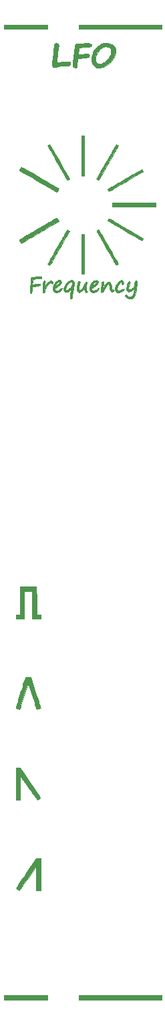
<source format=gbr>
G04 #@! TF.GenerationSoftware,KiCad,Pcbnew,(5.1.10)-1*
G04 #@! TF.CreationDate,2021-08-28T07:34:49+02:00*
G04 #@! TF.ProjectId,Haraldswerk NGF-E LFO Front,48617261-6c64-4737-9765-726b204e4746,rev?*
G04 #@! TF.SameCoordinates,Original*
G04 #@! TF.FileFunction,Legend,Top*
G04 #@! TF.FilePolarity,Positive*
%FSLAX46Y46*%
G04 Gerber Fmt 4.6, Leading zero omitted, Abs format (unit mm)*
G04 Created by KiCad (PCBNEW (5.1.10)-1) date 2021-08-28 07:34:49*
%MOMM*%
%LPD*%
G01*
G04 APERTURE LIST*
%ADD10C,0.010000*%
%ADD11C,0.150000*%
G04 APERTURE END LIST*
D10*
G04 #@! TO.C,G\u002A\u002A\u002A*
G36*
X5597334Y-125830889D02*
G01*
X65778Y-125830889D01*
X65778Y-125294667D01*
X5597334Y-125294667D01*
X5597334Y-125830889D01*
G37*
X5597334Y-125830889D02*
X65778Y-125830889D01*
X65778Y-125294667D01*
X5597334Y-125294667D01*
X5597334Y-125830889D01*
G36*
X20018889Y-125830889D02*
G01*
X9546326Y-125830889D01*
X9554441Y-125569834D01*
X9562556Y-125308778D01*
X14790722Y-125301648D01*
X20018889Y-125294518D01*
X20018889Y-125830889D01*
G37*
X20018889Y-125830889D02*
X9546326Y-125830889D01*
X9554441Y-125569834D01*
X9562556Y-125308778D01*
X14790722Y-125301648D01*
X20018889Y-125294518D01*
X20018889Y-125830889D01*
G36*
X4694222Y-112058445D02*
G01*
X4158482Y-112058445D01*
X4151186Y-110518080D01*
X4143889Y-108977716D01*
X3075883Y-110503969D01*
X2892675Y-110765212D01*
X2718590Y-111012339D01*
X2556368Y-111241527D01*
X2408753Y-111448955D01*
X2278485Y-111630804D01*
X2168307Y-111783251D01*
X2080960Y-111902475D01*
X2019186Y-111984656D01*
X1985727Y-112025972D01*
X1980723Y-112030223D01*
X1939810Y-112014064D01*
X1870143Y-111972601D01*
X1786587Y-111916354D01*
X1704008Y-111855843D01*
X1637269Y-111801587D01*
X1601238Y-111764106D01*
X1599282Y-111760283D01*
X1612612Y-111730762D01*
X1656670Y-111658039D01*
X1729535Y-111544955D01*
X1829283Y-111394349D01*
X1953993Y-111209062D01*
X2101742Y-110991934D01*
X2270606Y-110745805D01*
X2458664Y-110473514D01*
X2663993Y-110177903D01*
X2877799Y-109871630D01*
X4171546Y-108022667D01*
X4694222Y-108022667D01*
X4694222Y-112058445D01*
G37*
X4694222Y-112058445D02*
X4158482Y-112058445D01*
X4151186Y-110518080D01*
X4143889Y-108977716D01*
X3075883Y-110503969D01*
X2892675Y-110765212D01*
X2718590Y-111012339D01*
X2556368Y-111241527D01*
X2408753Y-111448955D01*
X2278485Y-111630804D01*
X2168307Y-111783251D01*
X2080960Y-111902475D01*
X2019186Y-111984656D01*
X1985727Y-112025972D01*
X1980723Y-112030223D01*
X1939810Y-112014064D01*
X1870143Y-111972601D01*
X1786587Y-111916354D01*
X1704008Y-111855843D01*
X1637269Y-111801587D01*
X1601238Y-111764106D01*
X1599282Y-111760283D01*
X1612612Y-111730762D01*
X1656670Y-111658039D01*
X1729535Y-111544955D01*
X1829283Y-111394349D01*
X1953993Y-111209062D01*
X2101742Y-110991934D01*
X2270606Y-110745805D01*
X2458664Y-110473514D01*
X2663993Y-110177903D01*
X2877799Y-109871630D01*
X4171546Y-108022667D01*
X4694222Y-108022667D01*
X4694222Y-112058445D01*
G36*
X1822611Y-96593645D02*
G01*
X2083667Y-96594622D01*
X3367778Y-98431303D01*
X3568865Y-98719220D01*
X3760500Y-98994182D01*
X3940224Y-99252628D01*
X4105578Y-99490994D01*
X4254103Y-99705718D01*
X4383341Y-99893236D01*
X4490833Y-100049988D01*
X4574121Y-100172408D01*
X4630745Y-100256936D01*
X4658248Y-100300008D01*
X4660523Y-100304552D01*
X4643125Y-100337516D01*
X4590146Y-100389049D01*
X4514911Y-100449537D01*
X4430746Y-100509367D01*
X4350976Y-100558928D01*
X4288926Y-100588605D01*
X4262016Y-100592027D01*
X4239988Y-100567079D01*
X4188482Y-100499708D01*
X4110292Y-100393802D01*
X4008207Y-100253249D01*
X3885020Y-100081937D01*
X3743523Y-99883754D01*
X3586507Y-99662588D01*
X3416763Y-99422326D01*
X3237084Y-99166857D01*
X3168899Y-99069623D01*
X2111889Y-97561074D01*
X2104593Y-99094759D01*
X2097296Y-100628445D01*
X1561556Y-100628445D01*
X1561556Y-96592667D01*
X1822611Y-96593645D01*
G37*
X1822611Y-96593645D02*
X2083667Y-96594622D01*
X3367778Y-98431303D01*
X3568865Y-98719220D01*
X3760500Y-98994182D01*
X3940224Y-99252628D01*
X4105578Y-99490994D01*
X4254103Y-99705718D01*
X4383341Y-99893236D01*
X4490833Y-100049988D01*
X4574121Y-100172408D01*
X4630745Y-100256936D01*
X4658248Y-100300008D01*
X4660523Y-100304552D01*
X4643125Y-100337516D01*
X4590146Y-100389049D01*
X4514911Y-100449537D01*
X4430746Y-100509367D01*
X4350976Y-100558928D01*
X4288926Y-100588605D01*
X4262016Y-100592027D01*
X4239988Y-100567079D01*
X4188482Y-100499708D01*
X4110292Y-100393802D01*
X4008207Y-100253249D01*
X3885020Y-100081937D01*
X3743523Y-99883754D01*
X3586507Y-99662588D01*
X3416763Y-99422326D01*
X3237084Y-99166857D01*
X3168899Y-99069623D01*
X2111889Y-97561074D01*
X2104593Y-99094759D01*
X2097296Y-100628445D01*
X1561556Y-100628445D01*
X1561556Y-96592667D01*
X1822611Y-96593645D01*
G36*
X4071157Y-87074723D02*
G01*
X4170879Y-87391115D01*
X4265745Y-87691950D01*
X4354374Y-87972867D01*
X4435390Y-88229504D01*
X4507413Y-88457497D01*
X4569066Y-88652486D01*
X4618969Y-88810108D01*
X4655745Y-88926002D01*
X4678015Y-88995804D01*
X4684421Y-89015429D01*
X4663711Y-89033124D01*
X4602935Y-89061209D01*
X4516366Y-89094798D01*
X4418273Y-89129001D01*
X4322929Y-89158932D01*
X4244605Y-89179700D01*
X4197573Y-89186419D01*
X4191020Y-89184427D01*
X4180868Y-89156371D01*
X4155352Y-89079358D01*
X4116035Y-88958275D01*
X4064483Y-88798012D01*
X4002260Y-88603455D01*
X3930932Y-88379495D01*
X3852062Y-88131017D01*
X3767216Y-87862912D01*
X3710571Y-87683504D01*
X3240321Y-86192778D01*
X3127023Y-86184413D01*
X3013725Y-86176049D01*
X2537346Y-87687247D01*
X2448894Y-87966865D01*
X2365183Y-88229610D01*
X2287784Y-88470678D01*
X2218267Y-88685269D01*
X2158204Y-88868579D01*
X2109164Y-89015806D01*
X2072719Y-89122148D01*
X2050437Y-89182802D01*
X2044095Y-89195503D01*
X2011164Y-89186135D01*
X1938166Y-89163748D01*
X1838779Y-89132560D01*
X1801445Y-89120712D01*
X1697473Y-89087201D01*
X1616624Y-89060343D01*
X1571966Y-89044510D01*
X1567300Y-89042379D01*
X1574450Y-89015494D01*
X1596951Y-88939898D01*
X1633203Y-88820723D01*
X1681604Y-88663096D01*
X1740554Y-88472146D01*
X1808451Y-88253003D01*
X1883695Y-88010796D01*
X1964684Y-87750654D01*
X2049817Y-87477705D01*
X2137494Y-87197079D01*
X2226113Y-86913904D01*
X2314072Y-86633310D01*
X2399772Y-86360426D01*
X2481610Y-86100381D01*
X2557986Y-85858303D01*
X2627299Y-85639323D01*
X2687948Y-85448568D01*
X2736545Y-85296723D01*
X2779648Y-85162667D01*
X3468647Y-85162667D01*
X4071157Y-87074723D01*
G37*
X4071157Y-87074723D02*
X4170879Y-87391115D01*
X4265745Y-87691950D01*
X4354374Y-87972867D01*
X4435390Y-88229504D01*
X4507413Y-88457497D01*
X4569066Y-88652486D01*
X4618969Y-88810108D01*
X4655745Y-88926002D01*
X4678015Y-88995804D01*
X4684421Y-89015429D01*
X4663711Y-89033124D01*
X4602935Y-89061209D01*
X4516366Y-89094798D01*
X4418273Y-89129001D01*
X4322929Y-89158932D01*
X4244605Y-89179700D01*
X4197573Y-89186419D01*
X4191020Y-89184427D01*
X4180868Y-89156371D01*
X4155352Y-89079358D01*
X4116035Y-88958275D01*
X4064483Y-88798012D01*
X4002260Y-88603455D01*
X3930932Y-88379495D01*
X3852062Y-88131017D01*
X3767216Y-87862912D01*
X3710571Y-87683504D01*
X3240321Y-86192778D01*
X3127023Y-86184413D01*
X3013725Y-86176049D01*
X2537346Y-87687247D01*
X2448894Y-87966865D01*
X2365183Y-88229610D01*
X2287784Y-88470678D01*
X2218267Y-88685269D01*
X2158204Y-88868579D01*
X2109164Y-89015806D01*
X2072719Y-89122148D01*
X2050437Y-89182802D01*
X2044095Y-89195503D01*
X2011164Y-89186135D01*
X1938166Y-89163748D01*
X1838779Y-89132560D01*
X1801445Y-89120712D01*
X1697473Y-89087201D01*
X1616624Y-89060343D01*
X1571966Y-89044510D01*
X1567300Y-89042379D01*
X1574450Y-89015494D01*
X1596951Y-88939898D01*
X1633203Y-88820723D01*
X1681604Y-88663096D01*
X1740554Y-88472146D01*
X1808451Y-88253003D01*
X1883695Y-88010796D01*
X1964684Y-87750654D01*
X2049817Y-87477705D01*
X2137494Y-87197079D01*
X2226113Y-86913904D01*
X2314072Y-86633310D01*
X2399772Y-86360426D01*
X2481610Y-86100381D01*
X2557986Y-85858303D01*
X2627299Y-85639323D01*
X2687948Y-85448568D01*
X2736545Y-85296723D01*
X2779648Y-85162667D01*
X3468647Y-85162667D01*
X4071157Y-87074723D01*
G36*
X3120834Y-73739379D02*
G01*
X4172111Y-73746778D01*
X4179382Y-75489500D01*
X4186653Y-77232223D01*
X4694222Y-77232223D01*
X4694222Y-77769718D01*
X4179167Y-77762026D01*
X3664111Y-77754334D01*
X3656840Y-76011611D01*
X3649570Y-74268889D01*
X2577556Y-74268889D01*
X2577556Y-77768445D01*
X1561556Y-77768445D01*
X1561556Y-77232223D01*
X2069556Y-77232223D01*
X2069556Y-73731980D01*
X3120834Y-73739379D01*
G37*
X3120834Y-73739379D02*
X4172111Y-73746778D01*
X4179382Y-75489500D01*
X4186653Y-77232223D01*
X4694222Y-77232223D01*
X4694222Y-77769718D01*
X4179167Y-77762026D01*
X3664111Y-77754334D01*
X3656840Y-76011611D01*
X3649570Y-74268889D01*
X2577556Y-74268889D01*
X2577556Y-77768445D01*
X1561556Y-77768445D01*
X1561556Y-77232223D01*
X2069556Y-77232223D01*
X2069556Y-73731980D01*
X3120834Y-73739379D01*
G36*
X8744146Y-35046201D02*
G01*
X8796332Y-35112838D01*
X8800644Y-35124947D01*
X8837715Y-35178175D01*
X8897746Y-35222624D01*
X8957990Y-35266909D01*
X8989856Y-35314037D01*
X8990318Y-35362644D01*
X8980802Y-35451424D01*
X8963152Y-35565356D01*
X8950767Y-35632667D01*
X8894396Y-35925545D01*
X8848534Y-36170979D01*
X8811917Y-36376728D01*
X8783281Y-36550550D01*
X8761362Y-36700204D01*
X8744897Y-36833449D01*
X8732622Y-36958044D01*
X8730240Y-36986524D01*
X8717311Y-37130716D01*
X8704475Y-37229495D01*
X8689184Y-37293830D01*
X8668893Y-37334690D01*
X8643253Y-37361278D01*
X8571416Y-37404460D01*
X8512568Y-37398261D01*
X8466263Y-37359056D01*
X8447723Y-37336695D01*
X8434045Y-37311665D01*
X8425857Y-37278216D01*
X8423785Y-37230596D01*
X8428455Y-37163055D01*
X8440494Y-37069842D01*
X8460529Y-36945208D01*
X8489186Y-36783401D01*
X8527092Y-36578671D01*
X8574873Y-36325267D01*
X8584365Y-36275126D01*
X8609673Y-36141473D01*
X8446387Y-36292648D01*
X8278423Y-36429018D01*
X8121184Y-36518615D01*
X7978161Y-36560345D01*
X7852849Y-36553112D01*
X7762183Y-36507115D01*
X7680393Y-36408760D01*
X7638906Y-36279573D01*
X7637680Y-36211206D01*
X7892047Y-36211206D01*
X7924441Y-36282667D01*
X7989048Y-36308770D01*
X8084227Y-36288780D01*
X8195308Y-36230369D01*
X8308161Y-36144370D01*
X8426014Y-36031078D01*
X8534067Y-35906827D01*
X8617523Y-35787956D01*
X8647287Y-35731445D01*
X8692229Y-35599053D01*
X8709585Y-35475997D01*
X8699448Y-35374339D01*
X8661909Y-35306141D01*
X8643951Y-35293261D01*
X8561770Y-35279390D01*
X8463253Y-35309710D01*
X8355221Y-35376935D01*
X8244491Y-35473778D01*
X8137884Y-35592953D01*
X8042219Y-35727174D01*
X7964313Y-35869156D01*
X7910986Y-36011610D01*
X7893509Y-36095124D01*
X7892047Y-36211206D01*
X7637680Y-36211206D01*
X7636162Y-36126582D01*
X7670599Y-35956814D01*
X7740655Y-35777295D01*
X7844767Y-35595052D01*
X7981376Y-35417113D01*
X8011951Y-35383210D01*
X8150619Y-35250213D01*
X8291501Y-35145044D01*
X8427946Y-35069881D01*
X8553302Y-35026900D01*
X8660920Y-35018281D01*
X8744146Y-35046201D01*
G37*
X8744146Y-35046201D02*
X8796332Y-35112838D01*
X8800644Y-35124947D01*
X8837715Y-35178175D01*
X8897746Y-35222624D01*
X8957990Y-35266909D01*
X8989856Y-35314037D01*
X8990318Y-35362644D01*
X8980802Y-35451424D01*
X8963152Y-35565356D01*
X8950767Y-35632667D01*
X8894396Y-35925545D01*
X8848534Y-36170979D01*
X8811917Y-36376728D01*
X8783281Y-36550550D01*
X8761362Y-36700204D01*
X8744897Y-36833449D01*
X8732622Y-36958044D01*
X8730240Y-36986524D01*
X8717311Y-37130716D01*
X8704475Y-37229495D01*
X8689184Y-37293830D01*
X8668893Y-37334690D01*
X8643253Y-37361278D01*
X8571416Y-37404460D01*
X8512568Y-37398261D01*
X8466263Y-37359056D01*
X8447723Y-37336695D01*
X8434045Y-37311665D01*
X8425857Y-37278216D01*
X8423785Y-37230596D01*
X8428455Y-37163055D01*
X8440494Y-37069842D01*
X8460529Y-36945208D01*
X8489186Y-36783401D01*
X8527092Y-36578671D01*
X8574873Y-36325267D01*
X8584365Y-36275126D01*
X8609673Y-36141473D01*
X8446387Y-36292648D01*
X8278423Y-36429018D01*
X8121184Y-36518615D01*
X7978161Y-36560345D01*
X7852849Y-36553112D01*
X7762183Y-36507115D01*
X7680393Y-36408760D01*
X7638906Y-36279573D01*
X7637680Y-36211206D01*
X7892047Y-36211206D01*
X7924441Y-36282667D01*
X7989048Y-36308770D01*
X8084227Y-36288780D01*
X8195308Y-36230369D01*
X8308161Y-36144370D01*
X8426014Y-36031078D01*
X8534067Y-35906827D01*
X8617523Y-35787956D01*
X8647287Y-35731445D01*
X8692229Y-35599053D01*
X8709585Y-35475997D01*
X8699448Y-35374339D01*
X8661909Y-35306141D01*
X8643951Y-35293261D01*
X8561770Y-35279390D01*
X8463253Y-35309710D01*
X8355221Y-35376935D01*
X8244491Y-35473778D01*
X8137884Y-35592953D01*
X8042219Y-35727174D01*
X7964313Y-35869156D01*
X7910986Y-36011610D01*
X7893509Y-36095124D01*
X7892047Y-36211206D01*
X7637680Y-36211206D01*
X7636162Y-36126582D01*
X7670599Y-35956814D01*
X7740655Y-35777295D01*
X7844767Y-35595052D01*
X7981376Y-35417113D01*
X8011951Y-35383210D01*
X8150619Y-35250213D01*
X8291501Y-35145044D01*
X8427946Y-35069881D01*
X8553302Y-35026900D01*
X8660920Y-35018281D01*
X8744146Y-35046201D01*
G36*
X16817394Y-35136690D02*
G01*
X16894812Y-35156120D01*
X16877563Y-35599005D01*
X16852274Y-35986998D01*
X16808656Y-36331613D01*
X16747286Y-36631029D01*
X16668741Y-36883428D01*
X16573599Y-37086991D01*
X16462436Y-37239900D01*
X16335830Y-37340337D01*
X16322854Y-37347167D01*
X16211568Y-37391743D01*
X16102589Y-37406016D01*
X15975787Y-37391059D01*
X15889197Y-37370235D01*
X15742763Y-37312336D01*
X15601529Y-37224541D01*
X15488104Y-37121602D01*
X15465814Y-37093982D01*
X15428858Y-37031616D01*
X15428634Y-36978832D01*
X15441382Y-36945816D01*
X15477307Y-36889796D01*
X15518210Y-36881462D01*
X15572555Y-36921683D01*
X15609821Y-36963127D01*
X15707871Y-37049083D01*
X15830382Y-37112310D01*
X15963045Y-37149815D01*
X16091550Y-37158605D01*
X16201587Y-37135684D01*
X16259988Y-37099146D01*
X16332337Y-37006503D01*
X16403025Y-36870598D01*
X16467131Y-36704518D01*
X16519733Y-36521351D01*
X16555910Y-36334186D01*
X16560400Y-36300242D01*
X16580515Y-36135262D01*
X16429980Y-36248898D01*
X16320562Y-36323935D01*
X16198686Y-36396479D01*
X16124222Y-36434769D01*
X15961283Y-36492872D01*
X15827008Y-36503371D01*
X15722116Y-36467705D01*
X15647329Y-36387311D01*
X15603367Y-36263629D01*
X15590950Y-36098096D01*
X15610800Y-35892152D01*
X15663635Y-35647233D01*
X15687221Y-35562258D01*
X15724584Y-35444727D01*
X15762346Y-35344047D01*
X15794520Y-35275519D01*
X15805920Y-35258869D01*
X15875199Y-35214579D01*
X15948104Y-35215933D01*
X16006089Y-35261110D01*
X16016294Y-35279505D01*
X16029555Y-35323999D01*
X16025387Y-35375552D01*
X16000568Y-35448892D01*
X15958220Y-35545032D01*
X15880203Y-35756776D01*
X15845345Y-35955854D01*
X15853765Y-36123974D01*
X15871995Y-36191640D01*
X15904057Y-36219830D01*
X15964884Y-36225334D01*
X16043723Y-36208457D01*
X16149781Y-36163544D01*
X16267313Y-36099166D01*
X16380577Y-36023896D01*
X16469292Y-35950673D01*
X16522920Y-35888802D01*
X16561162Y-35814325D01*
X16587610Y-35715274D01*
X16605855Y-35579680D01*
X16615133Y-35464551D01*
X16632538Y-35309720D01*
X16662077Y-35205628D01*
X16706817Y-35147301D01*
X16769825Y-35129768D01*
X16817394Y-35136690D01*
G37*
X16817394Y-35136690D02*
X16894812Y-35156120D01*
X16877563Y-35599005D01*
X16852274Y-35986998D01*
X16808656Y-36331613D01*
X16747286Y-36631029D01*
X16668741Y-36883428D01*
X16573599Y-37086991D01*
X16462436Y-37239900D01*
X16335830Y-37340337D01*
X16322854Y-37347167D01*
X16211568Y-37391743D01*
X16102589Y-37406016D01*
X15975787Y-37391059D01*
X15889197Y-37370235D01*
X15742763Y-37312336D01*
X15601529Y-37224541D01*
X15488104Y-37121602D01*
X15465814Y-37093982D01*
X15428858Y-37031616D01*
X15428634Y-36978832D01*
X15441382Y-36945816D01*
X15477307Y-36889796D01*
X15518210Y-36881462D01*
X15572555Y-36921683D01*
X15609821Y-36963127D01*
X15707871Y-37049083D01*
X15830382Y-37112310D01*
X15963045Y-37149815D01*
X16091550Y-37158605D01*
X16201587Y-37135684D01*
X16259988Y-37099146D01*
X16332337Y-37006503D01*
X16403025Y-36870598D01*
X16467131Y-36704518D01*
X16519733Y-36521351D01*
X16555910Y-36334186D01*
X16560400Y-36300242D01*
X16580515Y-36135262D01*
X16429980Y-36248898D01*
X16320562Y-36323935D01*
X16198686Y-36396479D01*
X16124222Y-36434769D01*
X15961283Y-36492872D01*
X15827008Y-36503371D01*
X15722116Y-36467705D01*
X15647329Y-36387311D01*
X15603367Y-36263629D01*
X15590950Y-36098096D01*
X15610800Y-35892152D01*
X15663635Y-35647233D01*
X15687221Y-35562258D01*
X15724584Y-35444727D01*
X15762346Y-35344047D01*
X15794520Y-35275519D01*
X15805920Y-35258869D01*
X15875199Y-35214579D01*
X15948104Y-35215933D01*
X16006089Y-35261110D01*
X16016294Y-35279505D01*
X16029555Y-35323999D01*
X16025387Y-35375552D01*
X16000568Y-35448892D01*
X15958220Y-35545032D01*
X15880203Y-35756776D01*
X15845345Y-35955854D01*
X15853765Y-36123974D01*
X15871995Y-36191640D01*
X15904057Y-36219830D01*
X15964884Y-36225334D01*
X16043723Y-36208457D01*
X16149781Y-36163544D01*
X16267313Y-36099166D01*
X16380577Y-36023896D01*
X16469292Y-35950673D01*
X16522920Y-35888802D01*
X16561162Y-35814325D01*
X16587610Y-35715274D01*
X16605855Y-35579680D01*
X16615133Y-35464551D01*
X16632538Y-35309720D01*
X16662077Y-35205628D01*
X16706817Y-35147301D01*
X16769825Y-35129768D01*
X16817394Y-35136690D01*
G36*
X4728546Y-34606880D02*
G01*
X4795142Y-34631419D01*
X4828458Y-34671715D01*
X4834901Y-34711813D01*
X4830206Y-34769684D01*
X4811287Y-34809778D01*
X4769432Y-34835396D01*
X4695928Y-34849839D01*
X4582062Y-34856407D01*
X4448377Y-34858258D01*
X4297889Y-34862133D01*
X4150417Y-34871112D01*
X4025239Y-34883751D01*
X3956092Y-34895088D01*
X3796518Y-34929991D01*
X3740044Y-35147273D01*
X3709885Y-35270531D01*
X3683663Y-35390412D01*
X3666744Y-35482282D01*
X3666035Y-35487108D01*
X3648499Y-35609660D01*
X3755083Y-35594118D01*
X3847274Y-35581542D01*
X3961048Y-35567156D01*
X4016889Y-35560478D01*
X4137295Y-35542985D01*
X4272264Y-35518437D01*
X4340063Y-35504036D01*
X4483024Y-35484672D01*
X4585562Y-35500446D01*
X4645813Y-35550825D01*
X4660674Y-35595870D01*
X4656593Y-35642842D01*
X4625626Y-35681750D01*
X4561872Y-35714815D01*
X4459431Y-35744258D01*
X4312406Y-35772300D01*
X4115683Y-35801057D01*
X3965789Y-35823091D01*
X3834521Y-35846148D01*
X3732716Y-35868037D01*
X3671211Y-35886567D01*
X3659504Y-35893290D01*
X3640792Y-35940493D01*
X3624246Y-36040355D01*
X3610390Y-36189113D01*
X3604108Y-36290375D01*
X3592976Y-36458764D01*
X3578509Y-36576878D01*
X3557735Y-36650884D01*
X3527681Y-36686950D01*
X3485374Y-36691243D01*
X3427840Y-36669933D01*
X3422435Y-36667279D01*
X3386330Y-36643947D01*
X3364634Y-36609039D01*
X3352776Y-36548334D01*
X3346185Y-36447612D01*
X3345340Y-36427472D01*
X3346549Y-36334518D01*
X3354895Y-36198143D01*
X3369297Y-36030766D01*
X3388678Y-35844811D01*
X3411958Y-35652697D01*
X3413885Y-35637978D01*
X3437257Y-35451209D01*
X3457344Y-35272850D01*
X3473026Y-35114348D01*
X3483184Y-34987150D01*
X3486699Y-34902703D01*
X3486587Y-34894563D01*
X3491250Y-34781714D01*
X3518810Y-34711116D01*
X3578879Y-34673548D01*
X3681069Y-34659786D01*
X3732218Y-34658880D01*
X3820926Y-34655827D01*
X3949217Y-34647578D01*
X4100600Y-34635353D01*
X4258578Y-34620375D01*
X4274462Y-34618736D01*
X4473667Y-34601445D01*
X4623208Y-34597191D01*
X4728546Y-34606880D01*
G37*
X4728546Y-34606880D02*
X4795142Y-34631419D01*
X4828458Y-34671715D01*
X4834901Y-34711813D01*
X4830206Y-34769684D01*
X4811287Y-34809778D01*
X4769432Y-34835396D01*
X4695928Y-34849839D01*
X4582062Y-34856407D01*
X4448377Y-34858258D01*
X4297889Y-34862133D01*
X4150417Y-34871112D01*
X4025239Y-34883751D01*
X3956092Y-34895088D01*
X3796518Y-34929991D01*
X3740044Y-35147273D01*
X3709885Y-35270531D01*
X3683663Y-35390412D01*
X3666744Y-35482282D01*
X3666035Y-35487108D01*
X3648499Y-35609660D01*
X3755083Y-35594118D01*
X3847274Y-35581542D01*
X3961048Y-35567156D01*
X4016889Y-35560478D01*
X4137295Y-35542985D01*
X4272264Y-35518437D01*
X4340063Y-35504036D01*
X4483024Y-35484672D01*
X4585562Y-35500446D01*
X4645813Y-35550825D01*
X4660674Y-35595870D01*
X4656593Y-35642842D01*
X4625626Y-35681750D01*
X4561872Y-35714815D01*
X4459431Y-35744258D01*
X4312406Y-35772300D01*
X4115683Y-35801057D01*
X3965789Y-35823091D01*
X3834521Y-35846148D01*
X3732716Y-35868037D01*
X3671211Y-35886567D01*
X3659504Y-35893290D01*
X3640792Y-35940493D01*
X3624246Y-36040355D01*
X3610390Y-36189113D01*
X3604108Y-36290375D01*
X3592976Y-36458764D01*
X3578509Y-36576878D01*
X3557735Y-36650884D01*
X3527681Y-36686950D01*
X3485374Y-36691243D01*
X3427840Y-36669933D01*
X3422435Y-36667279D01*
X3386330Y-36643947D01*
X3364634Y-36609039D01*
X3352776Y-36548334D01*
X3346185Y-36447612D01*
X3345340Y-36427472D01*
X3346549Y-36334518D01*
X3354895Y-36198143D01*
X3369297Y-36030766D01*
X3388678Y-35844811D01*
X3411958Y-35652697D01*
X3413885Y-35637978D01*
X3437257Y-35451209D01*
X3457344Y-35272850D01*
X3473026Y-35114348D01*
X3483184Y-34987150D01*
X3486699Y-34902703D01*
X3486587Y-34894563D01*
X3491250Y-34781714D01*
X3518810Y-34711116D01*
X3578879Y-34673548D01*
X3681069Y-34659786D01*
X3732218Y-34658880D01*
X3820926Y-34655827D01*
X3949217Y-34647578D01*
X4100600Y-34635353D01*
X4258578Y-34620375D01*
X4274462Y-34618736D01*
X4473667Y-34601445D01*
X4623208Y-34597191D01*
X4728546Y-34606880D01*
G36*
X6064268Y-35140353D02*
G01*
X6162644Y-35205864D01*
X6163949Y-35207163D01*
X6225859Y-35293474D01*
X6245289Y-35378883D01*
X6219627Y-35449941D01*
X6212578Y-35457689D01*
X6145698Y-35489150D01*
X6067115Y-35477776D01*
X6006556Y-35435111D01*
X5954067Y-35392582D01*
X5914816Y-35378667D01*
X5843145Y-35403167D01*
X5753815Y-35472748D01*
X5653437Y-35581533D01*
X5583412Y-35673262D01*
X5432621Y-35915091D01*
X5327877Y-36157776D01*
X5270503Y-36371292D01*
X5230213Y-36518312D01*
X5180709Y-36610301D01*
X5121306Y-36648023D01*
X5051319Y-36632242D01*
X5041710Y-36626494D01*
X5007894Y-36586143D01*
X4978210Y-36526311D01*
X4963146Y-36453290D01*
X4953588Y-36335822D01*
X4949508Y-36185631D01*
X4950876Y-36014443D01*
X4957666Y-35833982D01*
X4969847Y-35655973D01*
X4980597Y-35547539D01*
X5006308Y-35372988D01*
X5039383Y-35249419D01*
X5082575Y-35171557D01*
X5138636Y-35134129D01*
X5198441Y-35130164D01*
X5247556Y-35147167D01*
X5275105Y-35189231D01*
X5282054Y-35263872D01*
X5269368Y-35378606D01*
X5246197Y-35502059D01*
X5224463Y-35622036D01*
X5209009Y-35735640D01*
X5203034Y-35819142D01*
X5203041Y-35821977D01*
X5203859Y-35929000D01*
X5308337Y-35733068D01*
X5389959Y-35599105D01*
X5489514Y-35464528D01*
X5596612Y-35341035D01*
X5700860Y-35240320D01*
X5791869Y-35174079D01*
X5815149Y-35162630D01*
X5950191Y-35126166D01*
X6064268Y-35140353D01*
G37*
X6064268Y-35140353D02*
X6162644Y-35205864D01*
X6163949Y-35207163D01*
X6225859Y-35293474D01*
X6245289Y-35378883D01*
X6219627Y-35449941D01*
X6212578Y-35457689D01*
X6145698Y-35489150D01*
X6067115Y-35477776D01*
X6006556Y-35435111D01*
X5954067Y-35392582D01*
X5914816Y-35378667D01*
X5843145Y-35403167D01*
X5753815Y-35472748D01*
X5653437Y-35581533D01*
X5583412Y-35673262D01*
X5432621Y-35915091D01*
X5327877Y-36157776D01*
X5270503Y-36371292D01*
X5230213Y-36518312D01*
X5180709Y-36610301D01*
X5121306Y-36648023D01*
X5051319Y-36632242D01*
X5041710Y-36626494D01*
X5007894Y-36586143D01*
X4978210Y-36526311D01*
X4963146Y-36453290D01*
X4953588Y-36335822D01*
X4949508Y-36185631D01*
X4950876Y-36014443D01*
X4957666Y-35833982D01*
X4969847Y-35655973D01*
X4980597Y-35547539D01*
X5006308Y-35372988D01*
X5039383Y-35249419D01*
X5082575Y-35171557D01*
X5138636Y-35134129D01*
X5198441Y-35130164D01*
X5247556Y-35147167D01*
X5275105Y-35189231D01*
X5282054Y-35263872D01*
X5269368Y-35378606D01*
X5246197Y-35502059D01*
X5224463Y-35622036D01*
X5209009Y-35735640D01*
X5203034Y-35819142D01*
X5203041Y-35821977D01*
X5203859Y-35929000D01*
X5308337Y-35733068D01*
X5389959Y-35599105D01*
X5489514Y-35464528D01*
X5596612Y-35341035D01*
X5700860Y-35240320D01*
X5791869Y-35174079D01*
X5815149Y-35162630D01*
X5950191Y-35126166D01*
X6064268Y-35140353D01*
G36*
X7133518Y-35051106D02*
G01*
X7232144Y-35102520D01*
X7297895Y-35190657D01*
X7318889Y-35288001D01*
X7300317Y-35410705D01*
X7242214Y-35530422D01*
X7140999Y-35651243D01*
X6993094Y-35777261D01*
X6794916Y-35912566D01*
X6745798Y-35943020D01*
X6632704Y-36013983D01*
X6560314Y-36065619D01*
X6519973Y-36105978D01*
X6503025Y-36143111D01*
X6500445Y-36171205D01*
X6525326Y-36260911D01*
X6593700Y-36324858D01*
X6696167Y-36356984D01*
X6788205Y-36356731D01*
X6897213Y-36336548D01*
X6997345Y-36298632D01*
X7103636Y-36235398D01*
X7231122Y-36139260D01*
X7250694Y-36123414D01*
X7348228Y-36050425D01*
X7411160Y-36018948D01*
X7438288Y-36022999D01*
X7456695Y-36077631D01*
X7434391Y-36153551D01*
X7378706Y-36242420D01*
X7296970Y-36335896D01*
X7196515Y-36425639D01*
X7084670Y-36503308D01*
X6968767Y-36560563D01*
X6964352Y-36562235D01*
X6795305Y-36609711D01*
X6648367Y-36613748D01*
X6509419Y-36574195D01*
X6473235Y-36556945D01*
X6369107Y-36489262D01*
X6300642Y-36405745D01*
X6263025Y-36295607D01*
X6251440Y-36148062D01*
X6253520Y-36064793D01*
X6263653Y-35931689D01*
X6284112Y-35826542D01*
X6293484Y-35800701D01*
X6532454Y-35800701D01*
X6537134Y-35826589D01*
X6578220Y-35813802D01*
X6658115Y-35765548D01*
X6707329Y-35733145D01*
X6844985Y-35631981D01*
X6953944Y-35532631D01*
X7027741Y-35442174D01*
X7059910Y-35367690D01*
X7060151Y-35346788D01*
X7034082Y-35294328D01*
X6982109Y-35282756D01*
X6911675Y-35307423D01*
X6830224Y-35363678D01*
X6745199Y-35446870D01*
X6664046Y-35552350D01*
X6622709Y-35620062D01*
X6561779Y-35732929D01*
X6532454Y-35800701D01*
X6293484Y-35800701D01*
X6321979Y-35722134D01*
X6368367Y-35623266D01*
X6469698Y-35453355D01*
X6591671Y-35305005D01*
X6726156Y-35184294D01*
X6865023Y-35097301D01*
X7000141Y-35050107D01*
X7123382Y-35048790D01*
X7133518Y-35051106D01*
G37*
X7133518Y-35051106D02*
X7232144Y-35102520D01*
X7297895Y-35190657D01*
X7318889Y-35288001D01*
X7300317Y-35410705D01*
X7242214Y-35530422D01*
X7140999Y-35651243D01*
X6993094Y-35777261D01*
X6794916Y-35912566D01*
X6745798Y-35943020D01*
X6632704Y-36013983D01*
X6560314Y-36065619D01*
X6519973Y-36105978D01*
X6503025Y-36143111D01*
X6500445Y-36171205D01*
X6525326Y-36260911D01*
X6593700Y-36324858D01*
X6696167Y-36356984D01*
X6788205Y-36356731D01*
X6897213Y-36336548D01*
X6997345Y-36298632D01*
X7103636Y-36235398D01*
X7231122Y-36139260D01*
X7250694Y-36123414D01*
X7348228Y-36050425D01*
X7411160Y-36018948D01*
X7438288Y-36022999D01*
X7456695Y-36077631D01*
X7434391Y-36153551D01*
X7378706Y-36242420D01*
X7296970Y-36335896D01*
X7196515Y-36425639D01*
X7084670Y-36503308D01*
X6968767Y-36560563D01*
X6964352Y-36562235D01*
X6795305Y-36609711D01*
X6648367Y-36613748D01*
X6509419Y-36574195D01*
X6473235Y-36556945D01*
X6369107Y-36489262D01*
X6300642Y-36405745D01*
X6263025Y-36295607D01*
X6251440Y-36148062D01*
X6253520Y-36064793D01*
X6263653Y-35931689D01*
X6284112Y-35826542D01*
X6293484Y-35800701D01*
X6532454Y-35800701D01*
X6537134Y-35826589D01*
X6578220Y-35813802D01*
X6658115Y-35765548D01*
X6707329Y-35733145D01*
X6844985Y-35631981D01*
X6953944Y-35532631D01*
X7027741Y-35442174D01*
X7059910Y-35367690D01*
X7060151Y-35346788D01*
X7034082Y-35294328D01*
X6982109Y-35282756D01*
X6911675Y-35307423D01*
X6830224Y-35363678D01*
X6745199Y-35446870D01*
X6664046Y-35552350D01*
X6622709Y-35620062D01*
X6561779Y-35732929D01*
X6532454Y-35800701D01*
X6293484Y-35800701D01*
X6321979Y-35722134D01*
X6368367Y-35623266D01*
X6469698Y-35453355D01*
X6591671Y-35305005D01*
X6726156Y-35184294D01*
X6865023Y-35097301D01*
X7000141Y-35050107D01*
X7123382Y-35048790D01*
X7133518Y-35051106D01*
G36*
X9602085Y-35162235D02*
G01*
X9670274Y-35203814D01*
X9674599Y-35208400D01*
X9694884Y-35234253D01*
X9704809Y-35263557D01*
X9702954Y-35306772D01*
X9687903Y-35374359D01*
X9658236Y-35476779D01*
X9622529Y-35592421D01*
X9568521Y-35789349D01*
X9533388Y-35968808D01*
X9518082Y-36121934D01*
X9523555Y-36239865D01*
X9545848Y-36306765D01*
X9591640Y-36333040D01*
X9662673Y-36318864D01*
X9751139Y-36269542D01*
X9849233Y-36190383D01*
X9949149Y-36086693D01*
X10036830Y-35972948D01*
X10088402Y-35886979D01*
X10149333Y-35769049D01*
X10209069Y-35640012D01*
X10228579Y-35594057D01*
X10302311Y-35427092D01*
X10363994Y-35313384D01*
X10414638Y-35251274D01*
X10445885Y-35237556D01*
X10484678Y-35252639D01*
X10522722Y-35276846D01*
X10547548Y-35297756D01*
X10560429Y-35323559D01*
X10561467Y-35366497D01*
X10550762Y-35438812D01*
X10528417Y-35552749D01*
X10525147Y-35568871D01*
X10495068Y-35758122D01*
X10480939Y-35942459D01*
X10482343Y-36111146D01*
X10498864Y-36253451D01*
X10530087Y-36358638D01*
X10557389Y-36401305D01*
X10609172Y-36469121D01*
X10613141Y-36520373D01*
X10569357Y-36568403D01*
X10558165Y-36576511D01*
X10470988Y-36616555D01*
X10397158Y-36602967D01*
X10359116Y-36571004D01*
X10308224Y-36495337D01*
X10271670Y-36391232D01*
X10245179Y-36245838D01*
X10241554Y-36217606D01*
X10221548Y-36054656D01*
X10103633Y-36206508D01*
X9964092Y-36365816D01*
X9824961Y-36486218D01*
X9692579Y-36563165D01*
X9573281Y-36592111D01*
X9566123Y-36592223D01*
X9470871Y-36566024D01*
X9388079Y-36494802D01*
X9323823Y-36389614D01*
X9284179Y-36261519D01*
X9275223Y-36121575D01*
X9280403Y-36072237D01*
X9301622Y-35944099D01*
X9328472Y-35798831D01*
X9358568Y-35647517D01*
X9389522Y-35501240D01*
X9418947Y-35371086D01*
X9444458Y-35268138D01*
X9463668Y-35203481D01*
X9470754Y-35188167D01*
X9527977Y-35156265D01*
X9602085Y-35162235D01*
G37*
X9602085Y-35162235D02*
X9670274Y-35203814D01*
X9674599Y-35208400D01*
X9694884Y-35234253D01*
X9704809Y-35263557D01*
X9702954Y-35306772D01*
X9687903Y-35374359D01*
X9658236Y-35476779D01*
X9622529Y-35592421D01*
X9568521Y-35789349D01*
X9533388Y-35968808D01*
X9518082Y-36121934D01*
X9523555Y-36239865D01*
X9545848Y-36306765D01*
X9591640Y-36333040D01*
X9662673Y-36318864D01*
X9751139Y-36269542D01*
X9849233Y-36190383D01*
X9949149Y-36086693D01*
X10036830Y-35972948D01*
X10088402Y-35886979D01*
X10149333Y-35769049D01*
X10209069Y-35640012D01*
X10228579Y-35594057D01*
X10302311Y-35427092D01*
X10363994Y-35313384D01*
X10414638Y-35251274D01*
X10445885Y-35237556D01*
X10484678Y-35252639D01*
X10522722Y-35276846D01*
X10547548Y-35297756D01*
X10560429Y-35323559D01*
X10561467Y-35366497D01*
X10550762Y-35438812D01*
X10528417Y-35552749D01*
X10525147Y-35568871D01*
X10495068Y-35758122D01*
X10480939Y-35942459D01*
X10482343Y-36111146D01*
X10498864Y-36253451D01*
X10530087Y-36358638D01*
X10557389Y-36401305D01*
X10609172Y-36469121D01*
X10613141Y-36520373D01*
X10569357Y-36568403D01*
X10558165Y-36576511D01*
X10470988Y-36616555D01*
X10397158Y-36602967D01*
X10359116Y-36571004D01*
X10308224Y-36495337D01*
X10271670Y-36391232D01*
X10245179Y-36245838D01*
X10241554Y-36217606D01*
X10221548Y-36054656D01*
X10103633Y-36206508D01*
X9964092Y-36365816D01*
X9824961Y-36486218D01*
X9692579Y-36563165D01*
X9573281Y-36592111D01*
X9566123Y-36592223D01*
X9470871Y-36566024D01*
X9388079Y-36494802D01*
X9323823Y-36389614D01*
X9284179Y-36261519D01*
X9275223Y-36121575D01*
X9280403Y-36072237D01*
X9301622Y-35944099D01*
X9328472Y-35798831D01*
X9358568Y-35647517D01*
X9389522Y-35501240D01*
X9418947Y-35371086D01*
X9444458Y-35268138D01*
X9463668Y-35203481D01*
X9470754Y-35188167D01*
X9527977Y-35156265D01*
X9602085Y-35162235D01*
G36*
X11850574Y-35071611D02*
G01*
X11924877Y-35132157D01*
X11967288Y-35229835D01*
X11974658Y-35302457D01*
X11958192Y-35417333D01*
X11904271Y-35529731D01*
X11809068Y-35643941D01*
X11668752Y-35764247D01*
X11479495Y-35894937D01*
X11402465Y-35943020D01*
X11275949Y-36024819D01*
X11196273Y-36090332D01*
X11159164Y-36147213D01*
X11160346Y-36203118D01*
X11195544Y-36265702D01*
X11211109Y-36285707D01*
X11254189Y-36326257D01*
X11310553Y-36345757D01*
X11400195Y-36350528D01*
X11415720Y-36350391D01*
X11524130Y-36341299D01*
X11622834Y-36312760D01*
X11725825Y-36258315D01*
X11847092Y-36171503D01*
X11907361Y-36123414D01*
X12004894Y-36050425D01*
X12067827Y-36018948D01*
X12094954Y-36022999D01*
X12113912Y-36078159D01*
X12092052Y-36154463D01*
X12036672Y-36243548D01*
X11955071Y-36337048D01*
X11854547Y-36426600D01*
X11742398Y-36503839D01*
X11626107Y-36560331D01*
X11455889Y-36608503D01*
X11306948Y-36613918D01*
X11163854Y-36576698D01*
X11134727Y-36564215D01*
X11026235Y-36486247D01*
X10952035Y-36371865D01*
X10911506Y-36229005D01*
X10904026Y-36065605D01*
X10928973Y-35889599D01*
X10954881Y-35807117D01*
X11198109Y-35807117D01*
X11200017Y-35830206D01*
X11200422Y-35830223D01*
X11230681Y-35816145D01*
X11293751Y-35779466D01*
X11365648Y-35734665D01*
X11507672Y-35633348D01*
X11617497Y-35533533D01*
X11689050Y-35441863D01*
X11716257Y-35364976D01*
X11715825Y-35351806D01*
X11698191Y-35298433D01*
X11652682Y-35286156D01*
X11640974Y-35287138D01*
X11540157Y-35323173D01*
X11435625Y-35404607D01*
X11346810Y-35511121D01*
X11298995Y-35587741D01*
X11254003Y-35671922D01*
X11218239Y-35749701D01*
X11198109Y-35807117D01*
X10954881Y-35807117D01*
X10985725Y-35708926D01*
X11073660Y-35531521D01*
X11192157Y-35365320D01*
X11232193Y-35320304D01*
X11366735Y-35197572D01*
X11502459Y-35111178D01*
X11632750Y-35061281D01*
X11750993Y-35048039D01*
X11850574Y-35071611D01*
G37*
X11850574Y-35071611D02*
X11924877Y-35132157D01*
X11967288Y-35229835D01*
X11974658Y-35302457D01*
X11958192Y-35417333D01*
X11904271Y-35529731D01*
X11809068Y-35643941D01*
X11668752Y-35764247D01*
X11479495Y-35894937D01*
X11402465Y-35943020D01*
X11275949Y-36024819D01*
X11196273Y-36090332D01*
X11159164Y-36147213D01*
X11160346Y-36203118D01*
X11195544Y-36265702D01*
X11211109Y-36285707D01*
X11254189Y-36326257D01*
X11310553Y-36345757D01*
X11400195Y-36350528D01*
X11415720Y-36350391D01*
X11524130Y-36341299D01*
X11622834Y-36312760D01*
X11725825Y-36258315D01*
X11847092Y-36171503D01*
X11907361Y-36123414D01*
X12004894Y-36050425D01*
X12067827Y-36018948D01*
X12094954Y-36022999D01*
X12113912Y-36078159D01*
X12092052Y-36154463D01*
X12036672Y-36243548D01*
X11955071Y-36337048D01*
X11854547Y-36426600D01*
X11742398Y-36503839D01*
X11626107Y-36560331D01*
X11455889Y-36608503D01*
X11306948Y-36613918D01*
X11163854Y-36576698D01*
X11134727Y-36564215D01*
X11026235Y-36486247D01*
X10952035Y-36371865D01*
X10911506Y-36229005D01*
X10904026Y-36065605D01*
X10928973Y-35889599D01*
X10954881Y-35807117D01*
X11198109Y-35807117D01*
X11200017Y-35830206D01*
X11200422Y-35830223D01*
X11230681Y-35816145D01*
X11293751Y-35779466D01*
X11365648Y-35734665D01*
X11507672Y-35633348D01*
X11617497Y-35533533D01*
X11689050Y-35441863D01*
X11716257Y-35364976D01*
X11715825Y-35351806D01*
X11698191Y-35298433D01*
X11652682Y-35286156D01*
X11640974Y-35287138D01*
X11540157Y-35323173D01*
X11435625Y-35404607D01*
X11346810Y-35511121D01*
X11298995Y-35587741D01*
X11254003Y-35671922D01*
X11218239Y-35749701D01*
X11198109Y-35807117D01*
X10954881Y-35807117D01*
X10985725Y-35708926D01*
X11073660Y-35531521D01*
X11192157Y-35365320D01*
X11232193Y-35320304D01*
X11366735Y-35197572D01*
X11502459Y-35111178D01*
X11632750Y-35061281D01*
X11750993Y-35048039D01*
X11850574Y-35071611D01*
G36*
X14976531Y-35058319D02*
G01*
X15012641Y-35073256D01*
X15091511Y-35137413D01*
X15150238Y-35232929D01*
X15185041Y-35343882D01*
X15192142Y-35454346D01*
X15167759Y-35548398D01*
X15135566Y-35591129D01*
X15089518Y-35625017D01*
X15056224Y-35618848D01*
X15036731Y-35601493D01*
X15003496Y-35549461D01*
X14969661Y-35468462D01*
X14959378Y-35436191D01*
X14931363Y-35359622D01*
X14902244Y-35310036D01*
X14891534Y-35301734D01*
X14839743Y-35312259D01*
X14773560Y-35365867D01*
X14699001Y-35453014D01*
X14622081Y-35564154D01*
X14548815Y-35689746D01*
X14485220Y-35820243D01*
X14437311Y-35946103D01*
X14411104Y-36057782D01*
X14410168Y-36065436D01*
X14403601Y-36194248D01*
X14421423Y-36281093D01*
X14468042Y-36336797D01*
X14533273Y-36367635D01*
X14638585Y-36384285D01*
X14756828Y-36365481D01*
X14896800Y-36308865D01*
X15031596Y-36234001D01*
X15145987Y-36173763D01*
X15223594Y-36154282D01*
X15266591Y-36175474D01*
X15277556Y-36224506D01*
X15253971Y-36274434D01*
X15191191Y-36339551D01*
X15101175Y-36411192D01*
X14995882Y-36480690D01*
X14887274Y-36539381D01*
X14789941Y-36577824D01*
X14632463Y-36611542D01*
X14496591Y-36615124D01*
X14430889Y-36602042D01*
X14308179Y-36544948D01*
X14221758Y-36461272D01*
X14201205Y-36430680D01*
X14170467Y-36370633D01*
X14154291Y-36304506D01*
X14149892Y-36214267D01*
X14152781Y-36116992D01*
X14191917Y-35874731D01*
X14286364Y-35639550D01*
X14435235Y-35413267D01*
X14570072Y-35262418D01*
X14695635Y-35146971D01*
X14800055Y-35076686D01*
X14891099Y-35048241D01*
X14976531Y-35058319D01*
G37*
X14976531Y-35058319D02*
X15012641Y-35073256D01*
X15091511Y-35137413D01*
X15150238Y-35232929D01*
X15185041Y-35343882D01*
X15192142Y-35454346D01*
X15167759Y-35548398D01*
X15135566Y-35591129D01*
X15089518Y-35625017D01*
X15056224Y-35618848D01*
X15036731Y-35601493D01*
X15003496Y-35549461D01*
X14969661Y-35468462D01*
X14959378Y-35436191D01*
X14931363Y-35359622D01*
X14902244Y-35310036D01*
X14891534Y-35301734D01*
X14839743Y-35312259D01*
X14773560Y-35365867D01*
X14699001Y-35453014D01*
X14622081Y-35564154D01*
X14548815Y-35689746D01*
X14485220Y-35820243D01*
X14437311Y-35946103D01*
X14411104Y-36057782D01*
X14410168Y-36065436D01*
X14403601Y-36194248D01*
X14421423Y-36281093D01*
X14468042Y-36336797D01*
X14533273Y-36367635D01*
X14638585Y-36384285D01*
X14756828Y-36365481D01*
X14896800Y-36308865D01*
X15031596Y-36234001D01*
X15145987Y-36173763D01*
X15223594Y-36154282D01*
X15266591Y-36175474D01*
X15277556Y-36224506D01*
X15253971Y-36274434D01*
X15191191Y-36339551D01*
X15101175Y-36411192D01*
X14995882Y-36480690D01*
X14887274Y-36539381D01*
X14789941Y-36577824D01*
X14632463Y-36611542D01*
X14496591Y-36615124D01*
X14430889Y-36602042D01*
X14308179Y-36544948D01*
X14221758Y-36461272D01*
X14201205Y-36430680D01*
X14170467Y-36370633D01*
X14154291Y-36304506D01*
X14149892Y-36214267D01*
X14152781Y-36116992D01*
X14191917Y-35874731D01*
X14286364Y-35639550D01*
X14435235Y-35413267D01*
X14570072Y-35262418D01*
X14695635Y-35146971D01*
X14800055Y-35076686D01*
X14891099Y-35048241D01*
X14976531Y-35058319D01*
G36*
X12632461Y-35232053D02*
G01*
X12671280Y-35300964D01*
X12685697Y-35417198D01*
X12675809Y-35581884D01*
X12641716Y-35796153D01*
X12626804Y-35870168D01*
X12603136Y-35988120D01*
X12585993Y-36083489D01*
X12577434Y-36144162D01*
X12577602Y-36159454D01*
X12594171Y-36140022D01*
X12632746Y-36080154D01*
X12687863Y-35988719D01*
X12754056Y-35874590D01*
X12765698Y-35854131D01*
X12890587Y-35646681D01*
X13002302Y-35489193D01*
X13104395Y-35377720D01*
X13200418Y-35308315D01*
X13283370Y-35278780D01*
X13398103Y-35279604D01*
X13492905Y-35329560D01*
X13568666Y-35429852D01*
X13626271Y-35581686D01*
X13666610Y-35786268D01*
X13668732Y-35802000D01*
X13687064Y-35928446D01*
X13707243Y-36047517D01*
X13725493Y-36137305D01*
X13728910Y-36151091D01*
X13750862Y-36220624D01*
X13778586Y-36248537D01*
X13829517Y-36248435D01*
X13849695Y-36245340D01*
X13944269Y-36242212D01*
X13993737Y-36271826D01*
X13999803Y-36335377D01*
X13996856Y-36348791D01*
X13952981Y-36420015D01*
X13872909Y-36472909D01*
X13774610Y-36502800D01*
X13676055Y-36505014D01*
X13595215Y-36474879D01*
X13576450Y-36458115D01*
X13535620Y-36401950D01*
X13504067Y-36328785D01*
X13478522Y-36227284D01*
X13455718Y-36086111D01*
X13444878Y-36001688D01*
X13414746Y-35806438D01*
X13378514Y-35665299D01*
X13336421Y-35578951D01*
X13288703Y-35548076D01*
X13286080Y-35548000D01*
X13227491Y-35572539D01*
X13152681Y-35646785D01*
X13060927Y-35771688D01*
X12951507Y-35948194D01*
X12866839Y-36097820D01*
X12790942Y-36231919D01*
X12718249Y-36353338D01*
X12655818Y-36450759D01*
X12610706Y-36512865D01*
X12601935Y-36522591D01*
X12516051Y-36580384D01*
X12431831Y-36584916D01*
X12357090Y-36536368D01*
X12336365Y-36509913D01*
X12324130Y-36478676D01*
X12320235Y-36431913D01*
X12324532Y-36358878D01*
X12336869Y-36248825D01*
X12351480Y-36134202D01*
X12371401Y-35970772D01*
X12390145Y-35799518D01*
X12405293Y-35643496D01*
X12412936Y-35548928D01*
X12430371Y-35394500D01*
X12459326Y-35290193D01*
X12502380Y-35230397D01*
X12562115Y-35209500D01*
X12569141Y-35209334D01*
X12632461Y-35232053D01*
G37*
X12632461Y-35232053D02*
X12671280Y-35300964D01*
X12685697Y-35417198D01*
X12675809Y-35581884D01*
X12641716Y-35796153D01*
X12626804Y-35870168D01*
X12603136Y-35988120D01*
X12585993Y-36083489D01*
X12577434Y-36144162D01*
X12577602Y-36159454D01*
X12594171Y-36140022D01*
X12632746Y-36080154D01*
X12687863Y-35988719D01*
X12754056Y-35874590D01*
X12765698Y-35854131D01*
X12890587Y-35646681D01*
X13002302Y-35489193D01*
X13104395Y-35377720D01*
X13200418Y-35308315D01*
X13283370Y-35278780D01*
X13398103Y-35279604D01*
X13492905Y-35329560D01*
X13568666Y-35429852D01*
X13626271Y-35581686D01*
X13666610Y-35786268D01*
X13668732Y-35802000D01*
X13687064Y-35928446D01*
X13707243Y-36047517D01*
X13725493Y-36137305D01*
X13728910Y-36151091D01*
X13750862Y-36220624D01*
X13778586Y-36248537D01*
X13829517Y-36248435D01*
X13849695Y-36245340D01*
X13944269Y-36242212D01*
X13993737Y-36271826D01*
X13999803Y-36335377D01*
X13996856Y-36348791D01*
X13952981Y-36420015D01*
X13872909Y-36472909D01*
X13774610Y-36502800D01*
X13676055Y-36505014D01*
X13595215Y-36474879D01*
X13576450Y-36458115D01*
X13535620Y-36401950D01*
X13504067Y-36328785D01*
X13478522Y-36227284D01*
X13455718Y-36086111D01*
X13444878Y-36001688D01*
X13414746Y-35806438D01*
X13378514Y-35665299D01*
X13336421Y-35578951D01*
X13288703Y-35548076D01*
X13286080Y-35548000D01*
X13227491Y-35572539D01*
X13152681Y-35646785D01*
X13060927Y-35771688D01*
X12951507Y-35948194D01*
X12866839Y-36097820D01*
X12790942Y-36231919D01*
X12718249Y-36353338D01*
X12655818Y-36450759D01*
X12610706Y-36512865D01*
X12601935Y-36522591D01*
X12516051Y-36580384D01*
X12431831Y-36584916D01*
X12357090Y-36536368D01*
X12336365Y-36509913D01*
X12324130Y-36478676D01*
X12320235Y-36431913D01*
X12324532Y-36358878D01*
X12336869Y-36248825D01*
X12351480Y-36134202D01*
X12371401Y-35970772D01*
X12390145Y-35799518D01*
X12405293Y-35643496D01*
X12412936Y-35548928D01*
X12430371Y-35394500D01*
X12459326Y-35290193D01*
X12502380Y-35230397D01*
X12562115Y-35209500D01*
X12569141Y-35209334D01*
X12632461Y-35232053D01*
G36*
X10225778Y-34278000D02*
G01*
X9915334Y-34278000D01*
X9915334Y-29226223D01*
X10225778Y-29226223D01*
X10225778Y-34278000D01*
G37*
X10225778Y-34278000D02*
X9915334Y-34278000D01*
X9915334Y-29226223D01*
X10225778Y-29226223D01*
X10225778Y-34278000D01*
G36*
X8139134Y-28704108D02*
G01*
X8206987Y-28734243D01*
X8234990Y-28748842D01*
X8318109Y-28801256D01*
X8349197Y-28843746D01*
X8347618Y-28858886D01*
X8330247Y-28892135D01*
X8287373Y-28969192D01*
X8221456Y-29085802D01*
X8134955Y-29237713D01*
X8030328Y-29420673D01*
X7910037Y-29630426D01*
X7776540Y-29862722D01*
X7632296Y-30113306D01*
X7479766Y-30377927D01*
X7321408Y-30652329D01*
X7159681Y-30932262D01*
X6997047Y-31213471D01*
X6835963Y-31491705D01*
X6678889Y-31762708D01*
X6528285Y-32022230D01*
X6386610Y-32266016D01*
X6256324Y-32489814D01*
X6139886Y-32689371D01*
X6039755Y-32860433D01*
X5958391Y-32998748D01*
X5898253Y-33100062D01*
X5861801Y-33160124D01*
X5851334Y-33175613D01*
X5821031Y-33161976D01*
X5759438Y-33127738D01*
X5717278Y-33102811D01*
X5648026Y-33056485D01*
X5604697Y-33018705D01*
X5597334Y-33005750D01*
X5611103Y-32977767D01*
X5650757Y-32905286D01*
X5713816Y-32792608D01*
X5797797Y-32644034D01*
X5900222Y-32463865D01*
X6018608Y-32256403D01*
X6150475Y-32025947D01*
X6293342Y-31776801D01*
X6444729Y-31513263D01*
X6602154Y-31239636D01*
X6763137Y-30960221D01*
X6925196Y-30679318D01*
X7085852Y-30401229D01*
X7242624Y-30130256D01*
X7393030Y-29870698D01*
X7534589Y-29626857D01*
X7664822Y-29403034D01*
X7781247Y-29203530D01*
X7881383Y-29032646D01*
X7962750Y-28894684D01*
X8022867Y-28793945D01*
X8059253Y-28734728D01*
X8068929Y-28720619D01*
X8098416Y-28700468D01*
X8139134Y-28704108D01*
G37*
X8139134Y-28704108D02*
X8206987Y-28734243D01*
X8234990Y-28748842D01*
X8318109Y-28801256D01*
X8349197Y-28843746D01*
X8347618Y-28858886D01*
X8330247Y-28892135D01*
X8287373Y-28969192D01*
X8221456Y-29085802D01*
X8134955Y-29237713D01*
X8030328Y-29420673D01*
X7910037Y-29630426D01*
X7776540Y-29862722D01*
X7632296Y-30113306D01*
X7479766Y-30377927D01*
X7321408Y-30652329D01*
X7159681Y-30932262D01*
X6997047Y-31213471D01*
X6835963Y-31491705D01*
X6678889Y-31762708D01*
X6528285Y-32022230D01*
X6386610Y-32266016D01*
X6256324Y-32489814D01*
X6139886Y-32689371D01*
X6039755Y-32860433D01*
X5958391Y-32998748D01*
X5898253Y-33100062D01*
X5861801Y-33160124D01*
X5851334Y-33175613D01*
X5821031Y-33161976D01*
X5759438Y-33127738D01*
X5717278Y-33102811D01*
X5648026Y-33056485D01*
X5604697Y-33018705D01*
X5597334Y-33005750D01*
X5611103Y-32977767D01*
X5650757Y-32905286D01*
X5713816Y-32792608D01*
X5797797Y-32644034D01*
X5900222Y-32463865D01*
X6018608Y-32256403D01*
X6150475Y-32025947D01*
X6293342Y-31776801D01*
X6444729Y-31513263D01*
X6602154Y-31239636D01*
X6763137Y-30960221D01*
X6925196Y-30679318D01*
X7085852Y-30401229D01*
X7242624Y-30130256D01*
X7393030Y-29870698D01*
X7534589Y-29626857D01*
X7664822Y-29403034D01*
X7781247Y-29203530D01*
X7881383Y-29032646D01*
X7962750Y-28894684D01*
X8022867Y-28793945D01*
X8059253Y-28734728D01*
X8068929Y-28720619D01*
X8098416Y-28700468D01*
X8139134Y-28704108D01*
G36*
X12069459Y-28690650D02*
G01*
X12090122Y-28722019D01*
X12135902Y-28797737D01*
X12204328Y-28913487D01*
X12292931Y-29064953D01*
X12399242Y-29247816D01*
X12520792Y-29457760D01*
X12655110Y-29690468D01*
X12799728Y-29941623D01*
X12952177Y-30206908D01*
X13109986Y-30482005D01*
X13270687Y-30762598D01*
X13431810Y-31044369D01*
X13590886Y-31323002D01*
X13745446Y-31594179D01*
X13893019Y-31853583D01*
X14031137Y-32096898D01*
X14157330Y-32319805D01*
X14269129Y-32517988D01*
X14364065Y-32687131D01*
X14439667Y-32822915D01*
X14493468Y-32921023D01*
X14522997Y-32977140D01*
X14528036Y-32988842D01*
X14504448Y-33037411D01*
X14437985Y-33093898D01*
X14412706Y-33109890D01*
X14295746Y-33179541D01*
X14238731Y-33086715D01*
X14205445Y-33031030D01*
X14148196Y-32933529D01*
X14069470Y-32798528D01*
X13971750Y-32630341D01*
X13857522Y-32433282D01*
X13729268Y-32211665D01*
X13589474Y-31969805D01*
X13440624Y-31712015D01*
X13285202Y-31442610D01*
X13125692Y-31165904D01*
X12964578Y-30886212D01*
X12804345Y-30607848D01*
X12647478Y-30335125D01*
X12496459Y-30072359D01*
X12353774Y-29823864D01*
X12221907Y-29593953D01*
X12103342Y-29386941D01*
X12000564Y-29207142D01*
X11916056Y-29058871D01*
X11852303Y-28946441D01*
X11811789Y-28874168D01*
X11796998Y-28846365D01*
X11796983Y-28846297D01*
X11816663Y-28820434D01*
X11869885Y-28781818D01*
X11939220Y-28740404D01*
X12007237Y-28706150D01*
X12056506Y-28689011D01*
X12069459Y-28690650D01*
G37*
X12069459Y-28690650D02*
X12090122Y-28722019D01*
X12135902Y-28797737D01*
X12204328Y-28913487D01*
X12292931Y-29064953D01*
X12399242Y-29247816D01*
X12520792Y-29457760D01*
X12655110Y-29690468D01*
X12799728Y-29941623D01*
X12952177Y-30206908D01*
X13109986Y-30482005D01*
X13270687Y-30762598D01*
X13431810Y-31044369D01*
X13590886Y-31323002D01*
X13745446Y-31594179D01*
X13893019Y-31853583D01*
X14031137Y-32096898D01*
X14157330Y-32319805D01*
X14269129Y-32517988D01*
X14364065Y-32687131D01*
X14439667Y-32822915D01*
X14493468Y-32921023D01*
X14522997Y-32977140D01*
X14528036Y-32988842D01*
X14504448Y-33037411D01*
X14437985Y-33093898D01*
X14412706Y-33109890D01*
X14295746Y-33179541D01*
X14238731Y-33086715D01*
X14205445Y-33031030D01*
X14148196Y-32933529D01*
X14069470Y-32798528D01*
X13971750Y-32630341D01*
X13857522Y-32433282D01*
X13729268Y-32211665D01*
X13589474Y-31969805D01*
X13440624Y-31712015D01*
X13285202Y-31442610D01*
X13125692Y-31165904D01*
X12964578Y-30886212D01*
X12804345Y-30607848D01*
X12647478Y-30335125D01*
X12496459Y-30072359D01*
X12353774Y-29823864D01*
X12221907Y-29593953D01*
X12103342Y-29386941D01*
X12000564Y-29207142D01*
X11916056Y-29058871D01*
X11852303Y-28946441D01*
X11811789Y-28874168D01*
X11796998Y-28846365D01*
X11796983Y-28846297D01*
X11816663Y-28820434D01*
X11869885Y-28781818D01*
X11939220Y-28740404D01*
X12007237Y-28706150D01*
X12056506Y-28689011D01*
X12069459Y-28690650D01*
G36*
X6763340Y-27221686D02*
G01*
X6819682Y-27292618D01*
X6890546Y-27408021D01*
X6944033Y-27504732D01*
X6983380Y-27580738D01*
X7002735Y-27624504D01*
X7003435Y-27630556D01*
X6977551Y-27646039D01*
X6906936Y-27687270D01*
X6795639Y-27751915D01*
X6647709Y-27837637D01*
X6467193Y-27942103D01*
X6258140Y-28062978D01*
X6024598Y-28197928D01*
X5770617Y-28344617D01*
X5500243Y-28500711D01*
X5217526Y-28663875D01*
X4926514Y-28831775D01*
X4631256Y-29002075D01*
X4335799Y-29172442D01*
X4044192Y-29340540D01*
X3760484Y-29504035D01*
X3488723Y-29660593D01*
X3232958Y-29807877D01*
X2997236Y-29943555D01*
X2785606Y-30065290D01*
X2602117Y-30170749D01*
X2450817Y-30257597D01*
X2335754Y-30323498D01*
X2260977Y-30366119D01*
X2230535Y-30383125D01*
X2230051Y-30383334D01*
X2213424Y-30360601D01*
X2176101Y-30299959D01*
X2124972Y-30212742D01*
X2103393Y-30175051D01*
X2049400Y-30077316D01*
X2008446Y-29997778D01*
X1987102Y-29949412D01*
X1985481Y-29942217D01*
X2009379Y-29925122D01*
X2078193Y-29882332D01*
X2187859Y-29816200D01*
X2334309Y-29729078D01*
X2513476Y-29623317D01*
X2721296Y-29501270D01*
X2953700Y-29365289D01*
X3206624Y-29217726D01*
X3476000Y-29060932D01*
X3757762Y-28897260D01*
X4047843Y-28729061D01*
X4342178Y-28558688D01*
X4636700Y-28388492D01*
X4927342Y-28220826D01*
X5210038Y-28058042D01*
X5480722Y-27902490D01*
X5735327Y-27756525D01*
X5969788Y-27622497D01*
X6180037Y-27502758D01*
X6362008Y-27399661D01*
X6511634Y-27315557D01*
X6624851Y-27252798D01*
X6697590Y-27213737D01*
X6725260Y-27200752D01*
X6763340Y-27221686D01*
G37*
X6763340Y-27221686D02*
X6819682Y-27292618D01*
X6890546Y-27408021D01*
X6944033Y-27504732D01*
X6983380Y-27580738D01*
X7002735Y-27624504D01*
X7003435Y-27630556D01*
X6977551Y-27646039D01*
X6906936Y-27687270D01*
X6795639Y-27751915D01*
X6647709Y-27837637D01*
X6467193Y-27942103D01*
X6258140Y-28062978D01*
X6024598Y-28197928D01*
X5770617Y-28344617D01*
X5500243Y-28500711D01*
X5217526Y-28663875D01*
X4926514Y-28831775D01*
X4631256Y-29002075D01*
X4335799Y-29172442D01*
X4044192Y-29340540D01*
X3760484Y-29504035D01*
X3488723Y-29660593D01*
X3232958Y-29807877D01*
X2997236Y-29943555D01*
X2785606Y-30065290D01*
X2602117Y-30170749D01*
X2450817Y-30257597D01*
X2335754Y-30323498D01*
X2260977Y-30366119D01*
X2230535Y-30383125D01*
X2230051Y-30383334D01*
X2213424Y-30360601D01*
X2176101Y-30299959D01*
X2124972Y-30212742D01*
X2103393Y-30175051D01*
X2049400Y-30077316D01*
X2008446Y-29997778D01*
X1987102Y-29949412D01*
X1985481Y-29942217D01*
X2009379Y-29925122D01*
X2078193Y-29882332D01*
X2187859Y-29816200D01*
X2334309Y-29729078D01*
X2513476Y-29623317D01*
X2721296Y-29501270D01*
X2953700Y-29365289D01*
X3206624Y-29217726D01*
X3476000Y-29060932D01*
X3757762Y-28897260D01*
X4047843Y-28729061D01*
X4342178Y-28558688D01*
X4636700Y-28388492D01*
X4927342Y-28220826D01*
X5210038Y-28058042D01*
X5480722Y-27902490D01*
X5735327Y-27756525D01*
X5969788Y-27622497D01*
X6180037Y-27502758D01*
X6362008Y-27399661D01*
X6511634Y-27315557D01*
X6624851Y-27252798D01*
X6697590Y-27213737D01*
X6725260Y-27200752D01*
X6763340Y-27221686D01*
G36*
X13409259Y-27300403D02*
G01*
X13486378Y-27341982D01*
X13603070Y-27406813D01*
X13755066Y-27492422D01*
X13938098Y-27596335D01*
X14147898Y-27716079D01*
X14380198Y-27849179D01*
X14630729Y-27993161D01*
X14895223Y-28145552D01*
X15169412Y-28303878D01*
X15449028Y-28465665D01*
X15729801Y-28628438D01*
X16007464Y-28789725D01*
X16277749Y-28947052D01*
X16536387Y-29097944D01*
X16779109Y-29239927D01*
X17001649Y-29370528D01*
X17199736Y-29487273D01*
X17369104Y-29587688D01*
X17505483Y-29669299D01*
X17604605Y-29729632D01*
X17662203Y-29766214D01*
X17675583Y-29776556D01*
X17664279Y-29815627D01*
X17635299Y-29880121D01*
X17598235Y-29951731D01*
X17562679Y-30012152D01*
X17538225Y-30043078D01*
X17535382Y-30044111D01*
X17509399Y-30030221D01*
X17438090Y-29990069D01*
X17324975Y-29925676D01*
X17173574Y-29839067D01*
X16987406Y-29732264D01*
X16769993Y-29607291D01*
X16524853Y-29466170D01*
X16255506Y-29310925D01*
X15965473Y-29143578D01*
X15658272Y-28966154D01*
X15376334Y-28803176D01*
X15056601Y-28618336D01*
X14750713Y-28441618D01*
X14462215Y-28275063D01*
X14194653Y-28120713D01*
X13951571Y-27980608D01*
X13736516Y-27856791D01*
X13553033Y-27751302D01*
X13404667Y-27666183D01*
X13294963Y-27603475D01*
X13227467Y-27565221D01*
X13205824Y-27553413D01*
X13201681Y-27526774D01*
X13223815Y-27472254D01*
X13262407Y-27405366D01*
X13307641Y-27341623D01*
X13349696Y-27296539D01*
X13375982Y-27284549D01*
X13409259Y-27300403D01*
G37*
X13409259Y-27300403D02*
X13486378Y-27341982D01*
X13603070Y-27406813D01*
X13755066Y-27492422D01*
X13938098Y-27596335D01*
X14147898Y-27716079D01*
X14380198Y-27849179D01*
X14630729Y-27993161D01*
X14895223Y-28145552D01*
X15169412Y-28303878D01*
X15449028Y-28465665D01*
X15729801Y-28628438D01*
X16007464Y-28789725D01*
X16277749Y-28947052D01*
X16536387Y-29097944D01*
X16779109Y-29239927D01*
X17001649Y-29370528D01*
X17199736Y-29487273D01*
X17369104Y-29587688D01*
X17505483Y-29669299D01*
X17604605Y-29729632D01*
X17662203Y-29766214D01*
X17675583Y-29776556D01*
X17664279Y-29815627D01*
X17635299Y-29880121D01*
X17598235Y-29951731D01*
X17562679Y-30012152D01*
X17538225Y-30043078D01*
X17535382Y-30044111D01*
X17509399Y-30030221D01*
X17438090Y-29990069D01*
X17324975Y-29925676D01*
X17173574Y-29839067D01*
X16987406Y-29732264D01*
X16769993Y-29607291D01*
X16524853Y-29466170D01*
X16255506Y-29310925D01*
X15965473Y-29143578D01*
X15658272Y-28966154D01*
X15376334Y-28803176D01*
X15056601Y-28618336D01*
X14750713Y-28441618D01*
X14462215Y-28275063D01*
X14194653Y-28120713D01*
X13951571Y-27980608D01*
X13736516Y-27856791D01*
X13553033Y-27751302D01*
X13404667Y-27666183D01*
X13294963Y-27603475D01*
X13227467Y-27565221D01*
X13205824Y-27553413D01*
X13201681Y-27526774D01*
X13223815Y-27472254D01*
X13262407Y-27405366D01*
X13307641Y-27341623D01*
X13349696Y-27296539D01*
X13375982Y-27284549D01*
X13409259Y-27300403D01*
G36*
X19285111Y-25811334D02*
G01*
X13753556Y-25811334D01*
X13753556Y-25303334D01*
X19285111Y-25303334D01*
X19285111Y-25811334D01*
G37*
X19285111Y-25811334D02*
X13753556Y-25811334D01*
X13753556Y-25303334D01*
X19285111Y-25303334D01*
X19285111Y-25811334D01*
G36*
X2254241Y-20772177D02*
G01*
X2309833Y-20796973D01*
X2389965Y-20836906D01*
X2497072Y-20893328D01*
X2633585Y-20967587D01*
X2801940Y-21061033D01*
X3004568Y-21175017D01*
X3243905Y-21310888D01*
X3522383Y-21469996D01*
X3842436Y-21653692D01*
X4206498Y-21863324D01*
X4585479Y-22082037D01*
X4920928Y-22275813D01*
X5242822Y-22461808D01*
X5547757Y-22638052D01*
X5832331Y-22802575D01*
X6093139Y-22953408D01*
X6326778Y-23088582D01*
X6529844Y-23206127D01*
X6698934Y-23304075D01*
X6830645Y-23380455D01*
X6921573Y-23433299D01*
X6968313Y-23460637D01*
X6973779Y-23463927D01*
X6984837Y-23488722D01*
X6971755Y-23539634D01*
X6931778Y-23624450D01*
X6889112Y-23703158D01*
X6832079Y-23799965D01*
X6782528Y-23874314D01*
X6748274Y-23914865D01*
X6740334Y-23919090D01*
X6712378Y-23905245D01*
X6638979Y-23865043D01*
X6523530Y-23800421D01*
X6369427Y-23713318D01*
X6180064Y-23605674D01*
X5958838Y-23479426D01*
X5709143Y-23336513D01*
X5434373Y-23178875D01*
X5137925Y-23008448D01*
X4823193Y-22827173D01*
X4493572Y-22636987D01*
X4373906Y-22567861D01*
X4039615Y-22374571D01*
X3719014Y-22188952D01*
X3415506Y-22012989D01*
X3132493Y-21848666D01*
X2873379Y-21697965D01*
X2641566Y-21562871D01*
X2440456Y-21445367D01*
X2273451Y-21347437D01*
X2143955Y-21271065D01*
X2055370Y-21218234D01*
X2011098Y-21190927D01*
X2006713Y-21187780D01*
X2005958Y-21150413D01*
X2031860Y-21076763D01*
X2079477Y-20977322D01*
X2143870Y-20862580D01*
X2206944Y-20762598D01*
X2220756Y-20761169D01*
X2254241Y-20772177D01*
G37*
X2254241Y-20772177D02*
X2309833Y-20796973D01*
X2389965Y-20836906D01*
X2497072Y-20893328D01*
X2633585Y-20967587D01*
X2801940Y-21061033D01*
X3004568Y-21175017D01*
X3243905Y-21310888D01*
X3522383Y-21469996D01*
X3842436Y-21653692D01*
X4206498Y-21863324D01*
X4585479Y-22082037D01*
X4920928Y-22275813D01*
X5242822Y-22461808D01*
X5547757Y-22638052D01*
X5832331Y-22802575D01*
X6093139Y-22953408D01*
X6326778Y-23088582D01*
X6529844Y-23206127D01*
X6698934Y-23304075D01*
X6830645Y-23380455D01*
X6921573Y-23433299D01*
X6968313Y-23460637D01*
X6973779Y-23463927D01*
X6984837Y-23488722D01*
X6971755Y-23539634D01*
X6931778Y-23624450D01*
X6889112Y-23703158D01*
X6832079Y-23799965D01*
X6782528Y-23874314D01*
X6748274Y-23914865D01*
X6740334Y-23919090D01*
X6712378Y-23905245D01*
X6638979Y-23865043D01*
X6523530Y-23800421D01*
X6369427Y-23713318D01*
X6180064Y-23605674D01*
X5958838Y-23479426D01*
X5709143Y-23336513D01*
X5434373Y-23178875D01*
X5137925Y-23008448D01*
X4823193Y-22827173D01*
X4493572Y-22636987D01*
X4373906Y-22567861D01*
X4039615Y-22374571D01*
X3719014Y-22188952D01*
X3415506Y-22012989D01*
X3132493Y-21848666D01*
X2873379Y-21697965D01*
X2641566Y-21562871D01*
X2440456Y-21445367D01*
X2273451Y-21347437D01*
X2143955Y-21271065D01*
X2055370Y-21218234D01*
X2011098Y-21190927D01*
X2006713Y-21187780D01*
X2005958Y-21150413D01*
X2031860Y-21076763D01*
X2079477Y-20977322D01*
X2143870Y-20862580D01*
X2206944Y-20762598D01*
X2220756Y-20761169D01*
X2254241Y-20772177D01*
G36*
X17555521Y-21092589D02*
G01*
X17593343Y-21150385D01*
X17619710Y-21196469D01*
X17661244Y-21286184D01*
X17666872Y-21339697D01*
X17659245Y-21352489D01*
X17630461Y-21371189D01*
X17557284Y-21415323D01*
X17444000Y-21482415D01*
X17294898Y-21569993D01*
X17114263Y-21675579D01*
X16906383Y-21796702D01*
X16675544Y-21930884D01*
X16426034Y-22075653D01*
X16162139Y-22228534D01*
X15888146Y-22387051D01*
X15608343Y-22548731D01*
X15327016Y-22711098D01*
X15048452Y-22871679D01*
X14776938Y-23027998D01*
X14516761Y-23177582D01*
X14272208Y-23317955D01*
X14047565Y-23446643D01*
X13847121Y-23561171D01*
X13675161Y-23659065D01*
X13535973Y-23737850D01*
X13433843Y-23795052D01*
X13373059Y-23828195D01*
X13357221Y-23835778D01*
X13332201Y-23813191D01*
X13291731Y-23755181D01*
X13261668Y-23704486D01*
X13222127Y-23630277D01*
X13198750Y-23579549D01*
X13195755Y-23566197D01*
X13222426Y-23549815D01*
X13293623Y-23507904D01*
X13405088Y-23442913D01*
X13552564Y-23357293D01*
X13731792Y-23253495D01*
X13938514Y-23133969D01*
X14168472Y-23001165D01*
X14417409Y-22857534D01*
X14681066Y-22705526D01*
X14955185Y-22547592D01*
X15235508Y-22386181D01*
X15517778Y-22223745D01*
X15797735Y-22062733D01*
X16071123Y-21905596D01*
X16333682Y-21754785D01*
X16581156Y-21612750D01*
X16809286Y-21481940D01*
X17013814Y-21364808D01*
X17190482Y-21263802D01*
X17335032Y-21181374D01*
X17443205Y-21119973D01*
X17510745Y-21082051D01*
X17533372Y-21070000D01*
X17555521Y-21092589D01*
G37*
X17555521Y-21092589D02*
X17593343Y-21150385D01*
X17619710Y-21196469D01*
X17661244Y-21286184D01*
X17666872Y-21339697D01*
X17659245Y-21352489D01*
X17630461Y-21371189D01*
X17557284Y-21415323D01*
X17444000Y-21482415D01*
X17294898Y-21569993D01*
X17114263Y-21675579D01*
X16906383Y-21796702D01*
X16675544Y-21930884D01*
X16426034Y-22075653D01*
X16162139Y-22228534D01*
X15888146Y-22387051D01*
X15608343Y-22548731D01*
X15327016Y-22711098D01*
X15048452Y-22871679D01*
X14776938Y-23027998D01*
X14516761Y-23177582D01*
X14272208Y-23317955D01*
X14047565Y-23446643D01*
X13847121Y-23561171D01*
X13675161Y-23659065D01*
X13535973Y-23737850D01*
X13433843Y-23795052D01*
X13373059Y-23828195D01*
X13357221Y-23835778D01*
X13332201Y-23813191D01*
X13291731Y-23755181D01*
X13261668Y-23704486D01*
X13222127Y-23630277D01*
X13198750Y-23579549D01*
X13195755Y-23566197D01*
X13222426Y-23549815D01*
X13293623Y-23507904D01*
X13405088Y-23442913D01*
X13552564Y-23357293D01*
X13731792Y-23253495D01*
X13938514Y-23133969D01*
X14168472Y-23001165D01*
X14417409Y-22857534D01*
X14681066Y-22705526D01*
X14955185Y-22547592D01*
X15235508Y-22386181D01*
X15517778Y-22223745D01*
X15797735Y-22062733D01*
X16071123Y-21905596D01*
X16333682Y-21754785D01*
X16581156Y-21612750D01*
X16809286Y-21481940D01*
X17013814Y-21364808D01*
X17190482Y-21263802D01*
X17335032Y-21181374D01*
X17443205Y-21119973D01*
X17510745Y-21082051D01*
X17533372Y-21070000D01*
X17555521Y-21092589D01*
G36*
X5863945Y-17940960D02*
G01*
X5884594Y-17972128D01*
X5930226Y-18047478D01*
X5998403Y-18162748D01*
X6086693Y-18313677D01*
X6192657Y-18495999D01*
X6313863Y-18705454D01*
X6447873Y-18937778D01*
X6592253Y-19188708D01*
X6744568Y-19453982D01*
X6902381Y-19729337D01*
X7063258Y-20010509D01*
X7224763Y-20293237D01*
X7384460Y-20573257D01*
X7539915Y-20846307D01*
X7688692Y-21108123D01*
X7828355Y-21354443D01*
X7956470Y-21581005D01*
X8070600Y-21783545D01*
X8168311Y-21957801D01*
X8247166Y-22099509D01*
X8304731Y-22204408D01*
X8338571Y-22268234D01*
X8346886Y-22286977D01*
X8315048Y-22312683D01*
X8252902Y-22350675D01*
X8181327Y-22389457D01*
X8121205Y-22417534D01*
X8096775Y-22424667D01*
X8072749Y-22403591D01*
X8042427Y-22361167D01*
X8011580Y-22309932D01*
X7956610Y-22216466D01*
X7879989Y-22085073D01*
X7784190Y-21920056D01*
X7671683Y-21725718D01*
X7544940Y-21506361D01*
X7406433Y-21266289D01*
X7258633Y-21009804D01*
X7104012Y-20741211D01*
X6945041Y-20464811D01*
X6784192Y-20184908D01*
X6623937Y-19905805D01*
X6466746Y-19631805D01*
X6315092Y-19367210D01*
X6171446Y-19116325D01*
X6038280Y-18883451D01*
X5918065Y-18672892D01*
X5813273Y-18488951D01*
X5726376Y-18335931D01*
X5659844Y-18218136D01*
X5616150Y-18139867D01*
X5597765Y-18105428D01*
X5597334Y-18104228D01*
X5618898Y-18079436D01*
X5672242Y-18040273D01*
X5740341Y-17997163D01*
X5806173Y-17960532D01*
X5852714Y-17940804D01*
X5863945Y-17940960D01*
G37*
X5863945Y-17940960D02*
X5884594Y-17972128D01*
X5930226Y-18047478D01*
X5998403Y-18162748D01*
X6086693Y-18313677D01*
X6192657Y-18495999D01*
X6313863Y-18705454D01*
X6447873Y-18937778D01*
X6592253Y-19188708D01*
X6744568Y-19453982D01*
X6902381Y-19729337D01*
X7063258Y-20010509D01*
X7224763Y-20293237D01*
X7384460Y-20573257D01*
X7539915Y-20846307D01*
X7688692Y-21108123D01*
X7828355Y-21354443D01*
X7956470Y-21581005D01*
X8070600Y-21783545D01*
X8168311Y-21957801D01*
X8247166Y-22099509D01*
X8304731Y-22204408D01*
X8338571Y-22268234D01*
X8346886Y-22286977D01*
X8315048Y-22312683D01*
X8252902Y-22350675D01*
X8181327Y-22389457D01*
X8121205Y-22417534D01*
X8096775Y-22424667D01*
X8072749Y-22403591D01*
X8042427Y-22361167D01*
X8011580Y-22309932D01*
X7956610Y-22216466D01*
X7879989Y-22085073D01*
X7784190Y-21920056D01*
X7671683Y-21725718D01*
X7544940Y-21506361D01*
X7406433Y-21266289D01*
X7258633Y-21009804D01*
X7104012Y-20741211D01*
X6945041Y-20464811D01*
X6784192Y-20184908D01*
X6623937Y-19905805D01*
X6466746Y-19631805D01*
X6315092Y-19367210D01*
X6171446Y-19116325D01*
X6038280Y-18883451D01*
X5918065Y-18672892D01*
X5813273Y-18488951D01*
X5726376Y-18335931D01*
X5659844Y-18218136D01*
X5616150Y-18139867D01*
X5597765Y-18105428D01*
X5597334Y-18104228D01*
X5618898Y-18079436D01*
X5672242Y-18040273D01*
X5740341Y-17997163D01*
X5806173Y-17960532D01*
X5852714Y-17940804D01*
X5863945Y-17940960D01*
G36*
X14404811Y-17994872D02*
G01*
X14477201Y-18038468D01*
X14525393Y-18079823D01*
X14533536Y-18092461D01*
X14521994Y-18121980D01*
X14484474Y-18195872D01*
X14423432Y-18309862D01*
X14341323Y-18459670D01*
X14240605Y-18641021D01*
X14123734Y-18849637D01*
X13993165Y-19081242D01*
X13851355Y-19331557D01*
X13700761Y-19596307D01*
X13543839Y-19871215D01*
X13383045Y-20152002D01*
X13220835Y-20434393D01*
X13059666Y-20714110D01*
X12901994Y-20986876D01*
X12750276Y-21248414D01*
X12606967Y-21494447D01*
X12474523Y-21720698D01*
X12355402Y-21922890D01*
X12252060Y-22096746D01*
X12166952Y-22237989D01*
X12102536Y-22342342D01*
X12061267Y-22405528D01*
X12046111Y-22423684D01*
X12007117Y-22410406D01*
X11939429Y-22376102D01*
X11897450Y-22351950D01*
X11830672Y-22307195D01*
X11792403Y-22272166D01*
X11788530Y-22260495D01*
X11804059Y-22233682D01*
X11845723Y-22161561D01*
X11911455Y-22047717D01*
X11999185Y-21895735D01*
X12106845Y-21709198D01*
X12232365Y-21491693D01*
X12373677Y-21246803D01*
X12528713Y-20978114D01*
X12695404Y-20689210D01*
X12871680Y-20383675D01*
X13004889Y-20152778D01*
X13187619Y-19836118D01*
X13362865Y-19532585D01*
X13528492Y-19245867D01*
X13682367Y-18979650D01*
X13822354Y-18737622D01*
X13946320Y-18523471D01*
X14052131Y-18340883D01*
X14137652Y-18193546D01*
X14200750Y-18085148D01*
X14239289Y-18019375D01*
X14250523Y-18000652D01*
X14291317Y-17936971D01*
X14404811Y-17994872D01*
G37*
X14404811Y-17994872D02*
X14477201Y-18038468D01*
X14525393Y-18079823D01*
X14533536Y-18092461D01*
X14521994Y-18121980D01*
X14484474Y-18195872D01*
X14423432Y-18309862D01*
X14341323Y-18459670D01*
X14240605Y-18641021D01*
X14123734Y-18849637D01*
X13993165Y-19081242D01*
X13851355Y-19331557D01*
X13700761Y-19596307D01*
X13543839Y-19871215D01*
X13383045Y-20152002D01*
X13220835Y-20434393D01*
X13059666Y-20714110D01*
X12901994Y-20986876D01*
X12750276Y-21248414D01*
X12606967Y-21494447D01*
X12474523Y-21720698D01*
X12355402Y-21922890D01*
X12252060Y-22096746D01*
X12166952Y-22237989D01*
X12102536Y-22342342D01*
X12061267Y-22405528D01*
X12046111Y-22423684D01*
X12007117Y-22410406D01*
X11939429Y-22376102D01*
X11897450Y-22351950D01*
X11830672Y-22307195D01*
X11792403Y-22272166D01*
X11788530Y-22260495D01*
X11804059Y-22233682D01*
X11845723Y-22161561D01*
X11911455Y-22047717D01*
X11999185Y-21895735D01*
X12106845Y-21709198D01*
X12232365Y-21491693D01*
X12373677Y-21246803D01*
X12528713Y-20978114D01*
X12695404Y-20689210D01*
X12871680Y-20383675D01*
X13004889Y-20152778D01*
X13187619Y-19836118D01*
X13362865Y-19532585D01*
X13528492Y-19245867D01*
X13682367Y-18979650D01*
X13822354Y-18737622D01*
X13946320Y-18523471D01*
X14052131Y-18340883D01*
X14137652Y-18193546D01*
X14200750Y-18085148D01*
X14239289Y-18019375D01*
X14250523Y-18000652D01*
X14291317Y-17936971D01*
X14404811Y-17994872D01*
G36*
X10225778Y-21860223D02*
G01*
X9915334Y-21860223D01*
X9915334Y-16836667D01*
X10225778Y-16836667D01*
X10225778Y-21860223D01*
G37*
X10225778Y-21860223D02*
X9915334Y-21860223D01*
X9915334Y-16836667D01*
X10225778Y-16836667D01*
X10225778Y-21860223D01*
G36*
X10788086Y-5157397D02*
G01*
X10928198Y-5177718D01*
X11013644Y-5207909D01*
X11102088Y-5264645D01*
X11140233Y-5325340D01*
X11133593Y-5402395D01*
X11118393Y-5443522D01*
X11073019Y-5533016D01*
X11019285Y-5591700D01*
X10945226Y-5625080D01*
X10838880Y-5638663D01*
X10695504Y-5638196D01*
X10551730Y-5637924D01*
X10374014Y-5644089D01*
X10180668Y-5655435D01*
X9990003Y-5670705D01*
X9820332Y-5688643D01*
X9696781Y-5706735D01*
X9639662Y-5723448D01*
X9603619Y-5758026D01*
X9575036Y-5826387D01*
X9564088Y-5861865D01*
X9542143Y-5951299D01*
X9520314Y-6066480D01*
X9500234Y-6194499D01*
X9483540Y-6322447D01*
X9471865Y-6437414D01*
X9466844Y-6526492D01*
X9470112Y-6576771D01*
X9472866Y-6582274D01*
X9499981Y-6587955D01*
X9565936Y-6587256D01*
X9673986Y-6579899D01*
X9827386Y-6565604D01*
X10029389Y-6544092D01*
X10283249Y-6515086D01*
X10352669Y-6506929D01*
X10531791Y-6497668D01*
X10678120Y-6513903D01*
X10787418Y-6552933D01*
X10855449Y-6612059D01*
X10877975Y-6688580D01*
X10850759Y-6779795D01*
X10830843Y-6811660D01*
X10781910Y-6865726D01*
X10714382Y-6908150D01*
X10619142Y-6942049D01*
X10487074Y-6970538D01*
X10309062Y-6996731D01*
X10277798Y-7000659D01*
X10022835Y-7032421D01*
X9819483Y-7058363D01*
X9663276Y-7079098D01*
X9549747Y-7095238D01*
X9474432Y-7107393D01*
X9432864Y-7116176D01*
X9431306Y-7116621D01*
X9403795Y-7131680D01*
X9382727Y-7163494D01*
X9366916Y-7219327D01*
X9355179Y-7306444D01*
X9346332Y-7432109D01*
X9339191Y-7603586D01*
X9336130Y-7700631D01*
X9330210Y-7870136D01*
X9323258Y-7992266D01*
X9314086Y-8076089D01*
X9301504Y-8130675D01*
X9284324Y-8165093D01*
X9273599Y-8177611D01*
X9184691Y-8229813D01*
X9073381Y-8243182D01*
X8964964Y-8217032D01*
X8892683Y-8178415D01*
X8841945Y-8131379D01*
X8809786Y-8066382D01*
X8793242Y-7973883D01*
X8789348Y-7844341D01*
X8795055Y-7670049D01*
X8803826Y-7544001D01*
X8819752Y-7373962D01*
X8841504Y-7171745D01*
X8867754Y-6949161D01*
X8897171Y-6718023D01*
X8925464Y-6510990D01*
X8964926Y-6223102D01*
X8994232Y-5987841D01*
X9013670Y-5802364D01*
X9023528Y-5663827D01*
X9024095Y-5569386D01*
X9022729Y-5551434D01*
X9015739Y-5458323D01*
X9022839Y-5399655D01*
X9050332Y-5353972D01*
X9093580Y-5310136D01*
X9136033Y-5272297D01*
X9175817Y-5248538D01*
X9226793Y-5235911D01*
X9302823Y-5231464D01*
X9417768Y-5232249D01*
X9456230Y-5232955D01*
X9601113Y-5231321D01*
X9776893Y-5222802D01*
X9958644Y-5208875D01*
X10084667Y-5195676D01*
X10369241Y-5166414D01*
X10602740Y-5153642D01*
X10788086Y-5157397D01*
G37*
X10788086Y-5157397D02*
X10928198Y-5177718D01*
X11013644Y-5207909D01*
X11102088Y-5264645D01*
X11140233Y-5325340D01*
X11133593Y-5402395D01*
X11118393Y-5443522D01*
X11073019Y-5533016D01*
X11019285Y-5591700D01*
X10945226Y-5625080D01*
X10838880Y-5638663D01*
X10695504Y-5638196D01*
X10551730Y-5637924D01*
X10374014Y-5644089D01*
X10180668Y-5655435D01*
X9990003Y-5670705D01*
X9820332Y-5688643D01*
X9696781Y-5706735D01*
X9639662Y-5723448D01*
X9603619Y-5758026D01*
X9575036Y-5826387D01*
X9564088Y-5861865D01*
X9542143Y-5951299D01*
X9520314Y-6066480D01*
X9500234Y-6194499D01*
X9483540Y-6322447D01*
X9471865Y-6437414D01*
X9466844Y-6526492D01*
X9470112Y-6576771D01*
X9472866Y-6582274D01*
X9499981Y-6587955D01*
X9565936Y-6587256D01*
X9673986Y-6579899D01*
X9827386Y-6565604D01*
X10029389Y-6544092D01*
X10283249Y-6515086D01*
X10352669Y-6506929D01*
X10531791Y-6497668D01*
X10678120Y-6513903D01*
X10787418Y-6552933D01*
X10855449Y-6612059D01*
X10877975Y-6688580D01*
X10850759Y-6779795D01*
X10830843Y-6811660D01*
X10781910Y-6865726D01*
X10714382Y-6908150D01*
X10619142Y-6942049D01*
X10487074Y-6970538D01*
X10309062Y-6996731D01*
X10277798Y-7000659D01*
X10022835Y-7032421D01*
X9819483Y-7058363D01*
X9663276Y-7079098D01*
X9549747Y-7095238D01*
X9474432Y-7107393D01*
X9432864Y-7116176D01*
X9431306Y-7116621D01*
X9403795Y-7131680D01*
X9382727Y-7163494D01*
X9366916Y-7219327D01*
X9355179Y-7306444D01*
X9346332Y-7432109D01*
X9339191Y-7603586D01*
X9336130Y-7700631D01*
X9330210Y-7870136D01*
X9323258Y-7992266D01*
X9314086Y-8076089D01*
X9301504Y-8130675D01*
X9284324Y-8165093D01*
X9273599Y-8177611D01*
X9184691Y-8229813D01*
X9073381Y-8243182D01*
X8964964Y-8217032D01*
X8892683Y-8178415D01*
X8841945Y-8131379D01*
X8809786Y-8066382D01*
X8793242Y-7973883D01*
X8789348Y-7844341D01*
X8795055Y-7670049D01*
X8803826Y-7544001D01*
X8819752Y-7373962D01*
X8841504Y-7171745D01*
X8867754Y-6949161D01*
X8897171Y-6718023D01*
X8925464Y-6510990D01*
X8964926Y-6223102D01*
X8994232Y-5987841D01*
X9013670Y-5802364D01*
X9023528Y-5663827D01*
X9024095Y-5569386D01*
X9022729Y-5551434D01*
X9015739Y-5458323D01*
X9022839Y-5399655D01*
X9050332Y-5353972D01*
X9093580Y-5310136D01*
X9136033Y-5272297D01*
X9175817Y-5248538D01*
X9226793Y-5235911D01*
X9302823Y-5231464D01*
X9417768Y-5232249D01*
X9456230Y-5232955D01*
X9601113Y-5231321D01*
X9776893Y-5222802D01*
X9958644Y-5208875D01*
X10084667Y-5195676D01*
X10369241Y-5166414D01*
X10602740Y-5153642D01*
X10788086Y-5157397D01*
G36*
X13215200Y-5128695D02*
G01*
X13448806Y-5187016D01*
X13665990Y-5276866D01*
X13857285Y-5394341D01*
X14013227Y-5535540D01*
X14122999Y-5693896D01*
X14168009Y-5816501D01*
X14200710Y-5972637D01*
X14218315Y-6140196D01*
X14218038Y-6297074D01*
X14208699Y-6373844D01*
X14132970Y-6650035D01*
X14011538Y-6925743D01*
X13851121Y-7193465D01*
X13658437Y-7445699D01*
X13440203Y-7674942D01*
X13203138Y-7873690D01*
X12953959Y-8034440D01*
X12699384Y-8149690D01*
X12588111Y-8183865D01*
X12470780Y-8207647D01*
X12329312Y-8226334D01*
X12180674Y-8238772D01*
X12041829Y-8243808D01*
X11929744Y-8240288D01*
X11876778Y-8232242D01*
X11691420Y-8156739D01*
X11517059Y-8032418D01*
X11362098Y-7866847D01*
X11234943Y-7667594D01*
X11222684Y-7643271D01*
X11152949Y-7439505D01*
X11131539Y-7241155D01*
X11647027Y-7241155D01*
X11653273Y-7292623D01*
X11695813Y-7427601D01*
X11769067Y-7557912D01*
X11859777Y-7661917D01*
X11897254Y-7690829D01*
X11952193Y-7721764D01*
X12010953Y-7738851D01*
X12090468Y-7744743D01*
X12207674Y-7742093D01*
X12220763Y-7741521D01*
X12349152Y-7732294D01*
X12450889Y-7713625D01*
X12551128Y-7678903D01*
X12672319Y-7622847D01*
X12806430Y-7548961D01*
X12929179Y-7461600D01*
X13058530Y-7347283D01*
X13121049Y-7286086D01*
X13273429Y-7124025D01*
X13389280Y-6975572D01*
X13479665Y-6823984D01*
X13555647Y-6652522D01*
X13576498Y-6596882D01*
X13619355Y-6442405D01*
X13643284Y-6277116D01*
X13647641Y-6117561D01*
X13631786Y-5980288D01*
X13603665Y-5896754D01*
X13510625Y-5774728D01*
X13377501Y-5677613D01*
X13216310Y-5608604D01*
X13039066Y-5570897D01*
X12857787Y-5567687D01*
X12684488Y-5602170D01*
X12609231Y-5632299D01*
X12505070Y-5697157D01*
X12381433Y-5797438D01*
X12250124Y-5921584D01*
X12122952Y-6058035D01*
X12011721Y-6195233D01*
X11962519Y-6265444D01*
X11850011Y-6461504D01*
X11758448Y-6669596D01*
X11691589Y-6877227D01*
X11653196Y-7071910D01*
X11647027Y-7241155D01*
X11131539Y-7241155D01*
X11128290Y-7211059D01*
X11146672Y-6964343D01*
X11206057Y-6705763D01*
X11304411Y-6441728D01*
X11439695Y-6178645D01*
X11609875Y-5922922D01*
X11812914Y-5680967D01*
X11862667Y-5629333D01*
X12070885Y-5437382D01*
X12270502Y-5294024D01*
X12470316Y-5194156D01*
X12679122Y-5132674D01*
X12736579Y-5122249D01*
X12974636Y-5105805D01*
X13215200Y-5128695D01*
G37*
X13215200Y-5128695D02*
X13448806Y-5187016D01*
X13665990Y-5276866D01*
X13857285Y-5394341D01*
X14013227Y-5535540D01*
X14122999Y-5693896D01*
X14168009Y-5816501D01*
X14200710Y-5972637D01*
X14218315Y-6140196D01*
X14218038Y-6297074D01*
X14208699Y-6373844D01*
X14132970Y-6650035D01*
X14011538Y-6925743D01*
X13851121Y-7193465D01*
X13658437Y-7445699D01*
X13440203Y-7674942D01*
X13203138Y-7873690D01*
X12953959Y-8034440D01*
X12699384Y-8149690D01*
X12588111Y-8183865D01*
X12470780Y-8207647D01*
X12329312Y-8226334D01*
X12180674Y-8238772D01*
X12041829Y-8243808D01*
X11929744Y-8240288D01*
X11876778Y-8232242D01*
X11691420Y-8156739D01*
X11517059Y-8032418D01*
X11362098Y-7866847D01*
X11234943Y-7667594D01*
X11222684Y-7643271D01*
X11152949Y-7439505D01*
X11131539Y-7241155D01*
X11647027Y-7241155D01*
X11653273Y-7292623D01*
X11695813Y-7427601D01*
X11769067Y-7557912D01*
X11859777Y-7661917D01*
X11897254Y-7690829D01*
X11952193Y-7721764D01*
X12010953Y-7738851D01*
X12090468Y-7744743D01*
X12207674Y-7742093D01*
X12220763Y-7741521D01*
X12349152Y-7732294D01*
X12450889Y-7713625D01*
X12551128Y-7678903D01*
X12672319Y-7622847D01*
X12806430Y-7548961D01*
X12929179Y-7461600D01*
X13058530Y-7347283D01*
X13121049Y-7286086D01*
X13273429Y-7124025D01*
X13389280Y-6975572D01*
X13479665Y-6823984D01*
X13555647Y-6652522D01*
X13576498Y-6596882D01*
X13619355Y-6442405D01*
X13643284Y-6277116D01*
X13647641Y-6117561D01*
X13631786Y-5980288D01*
X13603665Y-5896754D01*
X13510625Y-5774728D01*
X13377501Y-5677613D01*
X13216310Y-5608604D01*
X13039066Y-5570897D01*
X12857787Y-5567687D01*
X12684488Y-5602170D01*
X12609231Y-5632299D01*
X12505070Y-5697157D01*
X12381433Y-5797438D01*
X12250124Y-5921584D01*
X12122952Y-6058035D01*
X12011721Y-6195233D01*
X11962519Y-6265444D01*
X11850011Y-6461504D01*
X11758448Y-6669596D01*
X11691589Y-6877227D01*
X11653196Y-7071910D01*
X11647027Y-7241155D01*
X11131539Y-7241155D01*
X11128290Y-7211059D01*
X11146672Y-6964343D01*
X11206057Y-6705763D01*
X11304411Y-6441728D01*
X11439695Y-6178645D01*
X11609875Y-5922922D01*
X11812914Y-5680967D01*
X11862667Y-5629333D01*
X12070885Y-5437382D01*
X12270502Y-5294024D01*
X12470316Y-5194156D01*
X12679122Y-5132674D01*
X12736579Y-5122249D01*
X12974636Y-5105805D01*
X13215200Y-5128695D01*
G36*
X6844459Y-5175606D02*
G01*
X6910950Y-5221940D01*
X6940524Y-5255549D01*
X6961354Y-5293547D01*
X6973443Y-5343538D01*
X6976795Y-5413121D01*
X6971414Y-5509898D01*
X6957302Y-5641472D01*
X6934465Y-5815444D01*
X6911318Y-5980394D01*
X6883725Y-6180379D01*
X6856059Y-6391661D01*
X6829147Y-6606790D01*
X6803819Y-6818315D01*
X6780905Y-7018783D01*
X6761233Y-7200744D01*
X6745632Y-7356747D01*
X6734933Y-7479341D01*
X6729963Y-7561073D01*
X6731552Y-7594494D01*
X6731687Y-7594650D01*
X6763433Y-7596962D01*
X6840500Y-7593377D01*
X6952158Y-7584635D01*
X7087677Y-7571477D01*
X7124104Y-7567575D01*
X7402979Y-7538356D01*
X7656672Y-7514158D01*
X7879942Y-7495352D01*
X8067545Y-7482309D01*
X8214238Y-7475398D01*
X8314778Y-7474989D01*
X8360768Y-7480256D01*
X8415147Y-7519856D01*
X8462007Y-7590277D01*
X8465752Y-7598781D01*
X8489767Y-7669165D01*
X8487483Y-7725300D01*
X8457430Y-7797988D01*
X8456120Y-7800673D01*
X8399183Y-7889463D01*
X8324351Y-7948826D01*
X8222117Y-7982198D01*
X8082974Y-7993016D01*
X7938741Y-7987746D01*
X7624795Y-7985694D01*
X7288005Y-8017780D01*
X6948673Y-8081755D01*
X6839111Y-8109613D01*
X6704195Y-8143373D01*
X6571383Y-8171663D01*
X6462040Y-8190109D01*
X6427321Y-8193944D01*
X6338706Y-8197621D01*
X6282992Y-8185272D01*
X6237189Y-8148723D01*
X6208599Y-8116187D01*
X6162292Y-8045999D01*
X6138528Y-7965004D01*
X6136412Y-7861206D01*
X6155051Y-7722610D01*
X6172568Y-7633189D01*
X6184539Y-7561709D01*
X6201127Y-7441874D01*
X6221398Y-7281497D01*
X6244417Y-7088393D01*
X6269250Y-6870376D01*
X6294962Y-6635262D01*
X6317655Y-6419644D01*
X6345148Y-6161572D01*
X6371842Y-5926460D01*
X6396972Y-5720166D01*
X6419771Y-5548546D01*
X6439473Y-5417460D01*
X6455313Y-5332764D01*
X6463448Y-5304744D01*
X6530503Y-5218146D01*
X6627597Y-5165678D01*
X6737870Y-5150458D01*
X6844459Y-5175606D01*
G37*
X6844459Y-5175606D02*
X6910950Y-5221940D01*
X6940524Y-5255549D01*
X6961354Y-5293547D01*
X6973443Y-5343538D01*
X6976795Y-5413121D01*
X6971414Y-5509898D01*
X6957302Y-5641472D01*
X6934465Y-5815444D01*
X6911318Y-5980394D01*
X6883725Y-6180379D01*
X6856059Y-6391661D01*
X6829147Y-6606790D01*
X6803819Y-6818315D01*
X6780905Y-7018783D01*
X6761233Y-7200744D01*
X6745632Y-7356747D01*
X6734933Y-7479341D01*
X6729963Y-7561073D01*
X6731552Y-7594494D01*
X6731687Y-7594650D01*
X6763433Y-7596962D01*
X6840500Y-7593377D01*
X6952158Y-7584635D01*
X7087677Y-7571477D01*
X7124104Y-7567575D01*
X7402979Y-7538356D01*
X7656672Y-7514158D01*
X7879942Y-7495352D01*
X8067545Y-7482309D01*
X8214238Y-7475398D01*
X8314778Y-7474989D01*
X8360768Y-7480256D01*
X8415147Y-7519856D01*
X8462007Y-7590277D01*
X8465752Y-7598781D01*
X8489767Y-7669165D01*
X8487483Y-7725300D01*
X8457430Y-7797988D01*
X8456120Y-7800673D01*
X8399183Y-7889463D01*
X8324351Y-7948826D01*
X8222117Y-7982198D01*
X8082974Y-7993016D01*
X7938741Y-7987746D01*
X7624795Y-7985694D01*
X7288005Y-8017780D01*
X6948673Y-8081755D01*
X6839111Y-8109613D01*
X6704195Y-8143373D01*
X6571383Y-8171663D01*
X6462040Y-8190109D01*
X6427321Y-8193944D01*
X6338706Y-8197621D01*
X6282992Y-8185272D01*
X6237189Y-8148723D01*
X6208599Y-8116187D01*
X6162292Y-8045999D01*
X6138528Y-7965004D01*
X6136412Y-7861206D01*
X6155051Y-7722610D01*
X6172568Y-7633189D01*
X6184539Y-7561709D01*
X6201127Y-7441874D01*
X6221398Y-7281497D01*
X6244417Y-7088393D01*
X6269250Y-6870376D01*
X6294962Y-6635262D01*
X6317655Y-6419644D01*
X6345148Y-6161572D01*
X6371842Y-5926460D01*
X6396972Y-5720166D01*
X6419771Y-5548546D01*
X6439473Y-5417460D01*
X6455313Y-5332764D01*
X6463448Y-5304744D01*
X6530503Y-5218146D01*
X6627597Y-5165678D01*
X6737870Y-5150458D01*
X6844459Y-5175606D01*
G36*
X5597334Y-3346445D02*
G01*
X65778Y-3346445D01*
X65778Y-2810223D01*
X5597334Y-2810223D01*
X5597334Y-3346445D01*
G37*
X5597334Y-3346445D02*
X65778Y-3346445D01*
X65778Y-2810223D01*
X5597334Y-2810223D01*
X5597334Y-3346445D01*
G36*
X20018889Y-3346445D02*
G01*
X9546326Y-3346445D01*
X9554441Y-3085389D01*
X9562556Y-2824334D01*
X14790722Y-2817203D01*
X20018889Y-2810073D01*
X20018889Y-3346445D01*
G37*
X20018889Y-3346445D02*
X9546326Y-3346445D01*
X9554441Y-3085389D01*
X9562556Y-2824334D01*
X14790722Y-2817203D01*
X20018889Y-2810073D01*
X20018889Y-3346445D01*
G04 #@! TO.C,*
D11*
G04 #@! TD*
M02*

</source>
